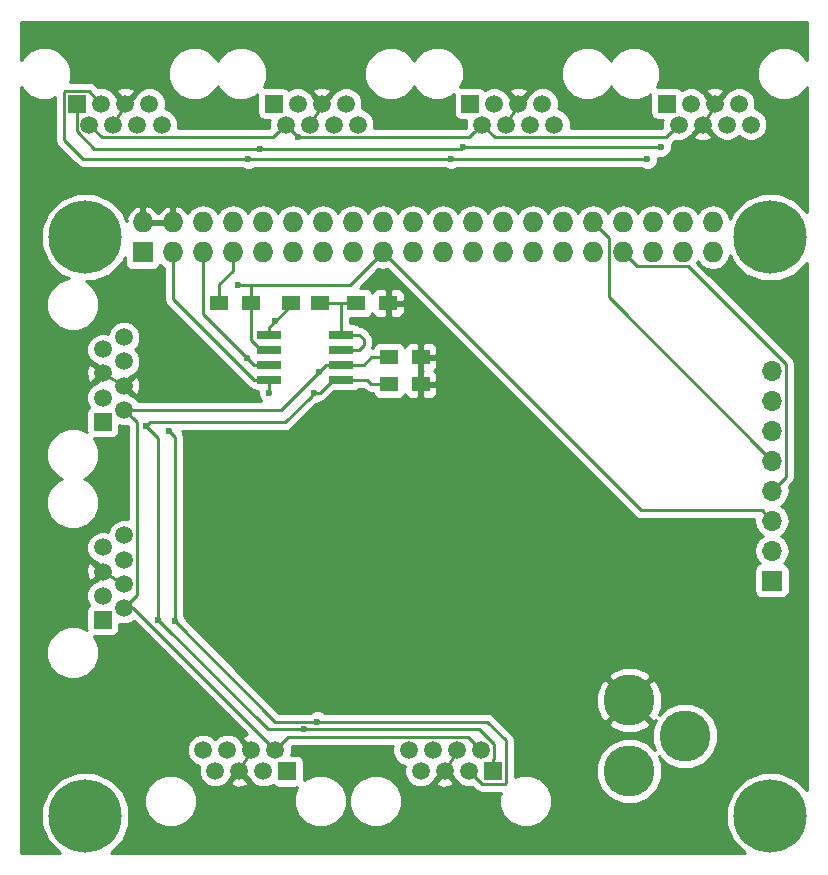
<source format=gtl>
G04 #@! TF.FileFunction,Copper,L1,Top,Signal*
%FSLAX46Y46*%
G04 Gerber Fmt 4.6, Leading zero omitted, Abs format (unit mm)*
G04 Created by KiCad (PCBNEW 4.0.7) date Thursday, May 03, 2018 'PMt' 09:09:37 PM*
%MOMM*%
%LPD*%
G01*
G04 APERTURE LIST*
%ADD10C,0.100000*%
%ADD11R,2.032000X0.660400*%
%ADD12C,4.318000*%
%ADD13R,1.700000X1.700000*%
%ADD14O,1.700000X1.700000*%
%ADD15C,6.200000*%
%ADD16R,1.727200X1.727200*%
%ADD17O,1.727200X1.727200*%
%ADD18R,1.500000X1.250000*%
%ADD19R,1.500000X1.300000*%
%ADD20R,1.500000X1.500000*%
%ADD21C,1.500000*%
%ADD22C,0.600000*%
%ADD23C,0.254000*%
G04 APERTURE END LIST*
D10*
D11*
X128346200Y-83693000D03*
X128346200Y-84963000D03*
X128346200Y-86233000D03*
X128346200Y-87503000D03*
X134493000Y-87503000D03*
X134493000Y-86233000D03*
X134493000Y-84963000D03*
X134493000Y-83693000D03*
D12*
X158877000Y-120650000D03*
X163576000Y-117650260D03*
X158877000Y-114650520D03*
D13*
X170942000Y-104521000D03*
D14*
X170942000Y-101981000D03*
X170942000Y-99441000D03*
X170942000Y-96901000D03*
X170942000Y-94361000D03*
X170942000Y-91821000D03*
X170942000Y-89281000D03*
X170942000Y-86741000D03*
D15*
X112815000Y-124460000D03*
X170815000Y-124460000D03*
X170815000Y-75460000D03*
D16*
X117685000Y-76730000D03*
D17*
X117685000Y-74190000D03*
X120225000Y-76730000D03*
X120225000Y-74190000D03*
X122765000Y-76730000D03*
X122765000Y-74190000D03*
X125305000Y-76730000D03*
X125305000Y-74190000D03*
X127845000Y-76730000D03*
X127845000Y-74190000D03*
X130385000Y-76730000D03*
X130385000Y-74190000D03*
X132925000Y-76730000D03*
X132925000Y-74190000D03*
X135465000Y-76730000D03*
X135465000Y-74190000D03*
X138005000Y-76730000D03*
X138005000Y-74190000D03*
X140545000Y-76730000D03*
X140545000Y-74190000D03*
X143085000Y-76730000D03*
X143085000Y-74190000D03*
X145625000Y-76730000D03*
X145625000Y-74190000D03*
X148165000Y-76730000D03*
X148165000Y-74190000D03*
X150705000Y-76730000D03*
X150705000Y-74190000D03*
X153245000Y-76730000D03*
X153245000Y-74190000D03*
X155785000Y-76730000D03*
X155785000Y-74190000D03*
X158325000Y-76730000D03*
X158325000Y-74190000D03*
X160865000Y-76730000D03*
X160865000Y-74190000D03*
X163405000Y-76730000D03*
X163405000Y-74190000D03*
X165945000Y-76730000D03*
X165945000Y-74190000D03*
D15*
X112815000Y-75460000D03*
D18*
X132715000Y-81026000D03*
X130215000Y-81026000D03*
D19*
X138463000Y-81026000D03*
X135763000Y-81026000D03*
X126873000Y-81026000D03*
X124173000Y-81026000D03*
X141224000Y-85598000D03*
X138524000Y-85598000D03*
X141224000Y-87884000D03*
X138524000Y-87884000D03*
D20*
X162040000Y-64135000D03*
D21*
X163060000Y-65915000D03*
X164080000Y-64135000D03*
X165100000Y-65915000D03*
X166120000Y-64135000D03*
X167140000Y-65915000D03*
X168160000Y-64135000D03*
X169180000Y-65915000D03*
D20*
X145395000Y-64135000D03*
D21*
X146415000Y-65915000D03*
X147435000Y-64135000D03*
X148455000Y-65915000D03*
X149475000Y-64135000D03*
X150495000Y-65915000D03*
X151515000Y-64135000D03*
X152535000Y-65915000D03*
D20*
X128758000Y-64133000D03*
D21*
X129778000Y-65913000D03*
X130798000Y-64133000D03*
X131818000Y-65913000D03*
X132838000Y-64133000D03*
X133858000Y-65913000D03*
X134878000Y-64133000D03*
X135898000Y-65913000D03*
D20*
X112129000Y-64133000D03*
D21*
X113149000Y-65913000D03*
X114169000Y-64133000D03*
X115189000Y-65913000D03*
X116209000Y-64133000D03*
X117229000Y-65913000D03*
X118249000Y-64133000D03*
X119269000Y-65913000D03*
D20*
X114298000Y-91071000D03*
D21*
X116078000Y-90051000D03*
X114298000Y-89031000D03*
X116078000Y-88011000D03*
X114298000Y-86991000D03*
X116078000Y-85971000D03*
X114298000Y-84951000D03*
X116078000Y-83931000D03*
D20*
X114298000Y-107843000D03*
D21*
X116078000Y-106823000D03*
X114298000Y-105803000D03*
X116078000Y-104783000D03*
X114298000Y-103763000D03*
X116078000Y-102743000D03*
X114298000Y-101723000D03*
X116078000Y-100703000D03*
D20*
X129933000Y-120652000D03*
D21*
X128913000Y-118872000D03*
X127893000Y-120652000D03*
X126873000Y-118872000D03*
X125853000Y-120652000D03*
X124833000Y-118872000D03*
X123813000Y-120652000D03*
X122793000Y-118872000D03*
D20*
X147334000Y-120652000D03*
D21*
X146314000Y-118872000D03*
X145294000Y-120652000D03*
X144274000Y-118872000D03*
X143254000Y-120652000D03*
X142234000Y-118872000D03*
X141214000Y-120652000D03*
X140194000Y-118872000D03*
D22*
X128905000Y-82550000D03*
X132207000Y-88653990D03*
X161544000Y-67818000D03*
X144780000Y-67818000D03*
X127635000Y-67945000D03*
X117983000Y-91440000D03*
X118999000Y-107823000D03*
X131318000Y-117094000D03*
X132588000Y-86860932D03*
X130855001Y-66990001D03*
X160401000Y-68834000D03*
X143764000Y-68834000D03*
X126619000Y-68834000D03*
X119888000Y-91821000D03*
X120396000Y-107950000D03*
X132461000Y-116459000D03*
X143129000Y-87884000D03*
X143129000Y-85598000D03*
X140081000Y-81026000D03*
X125737990Y-79502000D03*
X126492000Y-85648800D03*
X128397000Y-88646000D03*
D23*
X134493000Y-84963000D02*
X136017000Y-84963000D01*
X136017000Y-84963000D02*
X136398000Y-84582000D01*
X136398000Y-84582000D02*
X136398000Y-84074000D01*
X136398000Y-84074000D02*
X136017000Y-83693000D01*
X136017000Y-83693000D02*
X134493000Y-83693000D01*
X132715000Y-81026000D02*
X134493000Y-81026000D01*
X134493000Y-81026000D02*
X135763000Y-81026000D01*
X134493000Y-83693000D02*
X134493000Y-83108800D01*
X134493000Y-83108800D02*
X134493000Y-81026000D01*
X130215000Y-81026000D02*
X130215000Y-81240000D01*
X130215000Y-81240000D02*
X128905000Y-82550000D01*
X128346200Y-83693000D02*
X128346200Y-83108800D01*
X128346200Y-83108800D02*
X128905000Y-82550000D01*
X117983000Y-91440000D02*
X118282999Y-91140001D01*
X133807200Y-87503000D02*
X132656210Y-88653990D01*
X129720989Y-91140001D02*
X131907001Y-88953989D01*
X118282999Y-91140001D02*
X129720989Y-91140001D01*
X131907001Y-88953989D02*
X132207000Y-88653990D01*
X132631264Y-88653990D02*
X132207000Y-88653990D01*
X134493000Y-87503000D02*
X133807200Y-87503000D01*
X132656210Y-88653990D02*
X132631264Y-88653990D01*
X144780000Y-67818000D02*
X161544000Y-67818000D01*
X127635000Y-67945000D02*
X144653000Y-67945000D01*
X144653000Y-67945000D02*
X144780000Y-67818000D01*
X112129000Y-64133000D02*
X112129000Y-65137000D01*
X112129000Y-65137000D02*
X112071999Y-65194001D01*
X112071999Y-65194001D02*
X112071999Y-66429961D01*
X112071999Y-66429961D02*
X113587038Y-67945000D01*
X113587038Y-67945000D02*
X127635000Y-67945000D01*
X118999000Y-107823000D02*
X118999000Y-92456000D01*
X118999000Y-92456000D02*
X117983000Y-91440000D01*
X131318000Y-117094000D02*
X128270000Y-117094000D01*
X128270000Y-117094000D02*
X118999000Y-107823000D01*
X147334000Y-120652000D02*
X147334000Y-119648000D01*
X147334000Y-119648000D02*
X147391001Y-119590999D01*
X147391001Y-119590999D02*
X147391001Y-118355039D01*
X147391001Y-118355039D02*
X146129962Y-117094000D01*
X146129962Y-117094000D02*
X131318000Y-117094000D01*
X136652000Y-87503000D02*
X137033000Y-87884000D01*
X137033000Y-87884000D02*
X138524000Y-87884000D01*
X134493000Y-87503000D02*
X136652000Y-87503000D01*
X146415000Y-65915000D02*
X147492001Y-66992001D01*
X147492001Y-66992001D02*
X161982999Y-66992001D01*
X161982999Y-66992001D02*
X162310001Y-66664999D01*
X162310001Y-66664999D02*
X163060000Y-65915000D01*
X129778000Y-65913000D02*
X130855001Y-66990001D01*
X145339999Y-66990001D02*
X145665001Y-66664999D01*
X130855001Y-66990001D02*
X145339999Y-66990001D01*
X145665001Y-66664999D02*
X146415000Y-65915000D01*
X113149000Y-65913000D02*
X114226001Y-66990001D01*
X114226001Y-66990001D02*
X128700999Y-66990001D01*
X128700999Y-66990001D02*
X129028001Y-66662999D01*
X129028001Y-66662999D02*
X129778000Y-65913000D01*
X133223000Y-86233000D02*
X134493000Y-86233000D01*
X133215932Y-86233000D02*
X133223000Y-86233000D01*
X129397932Y-90051000D02*
X133215932Y-86233000D01*
X116078000Y-90051000D02*
X129397932Y-90051000D01*
X116078000Y-106823000D02*
X117155001Y-105745999D01*
X117155001Y-105745999D02*
X117155001Y-91128001D01*
X116827999Y-90800999D02*
X116078000Y-90051000D01*
X117155001Y-91128001D02*
X116827999Y-90800999D01*
X128913000Y-118872000D02*
X116864000Y-106823000D01*
X116864000Y-106823000D02*
X116078000Y-106823000D01*
X146314000Y-118872000D02*
X145236999Y-117794999D01*
X145236999Y-117794999D02*
X129990001Y-117794999D01*
X129990001Y-117794999D02*
X129662999Y-118122001D01*
X129662999Y-118122001D02*
X128913000Y-118872000D01*
X136398000Y-86233000D02*
X137033000Y-85598000D01*
X137033000Y-85598000D02*
X138524000Y-85598000D01*
X134493000Y-86233000D02*
X136398000Y-86233000D01*
X143764000Y-68834000D02*
X160401000Y-68834000D01*
X126619000Y-68834000D02*
X143764000Y-68834000D01*
X111051999Y-67236999D02*
X112649000Y-68834000D01*
X112649000Y-68834000D02*
X126619000Y-68834000D01*
X114169000Y-64133000D02*
X113091999Y-63055999D01*
X113091999Y-63055999D02*
X111117399Y-63055999D01*
X111051999Y-63121399D02*
X111051999Y-67236999D01*
X111117399Y-63055999D02*
X111051999Y-63121399D01*
X120396000Y-107950000D02*
X120396000Y-92329000D01*
X120396000Y-92329000D02*
X119888000Y-91821000D01*
X132461000Y-116459000D02*
X128905000Y-116459000D01*
X128905000Y-116459000D02*
X120396000Y-107950000D01*
X148411001Y-118058001D02*
X146812000Y-116459000D01*
X146812000Y-116459000D02*
X132461000Y-116459000D01*
X145294000Y-120652000D02*
X146371001Y-121729001D01*
X146371001Y-121729001D02*
X148345601Y-121729001D01*
X148345601Y-121729001D02*
X148411001Y-121663601D01*
X148411001Y-121663601D02*
X148411001Y-118058001D01*
X125305000Y-78276000D02*
X124173000Y-79408000D01*
X124173000Y-79408000D02*
X124173000Y-81026000D01*
X125305000Y-76730000D02*
X125305000Y-78276000D01*
X166120000Y-64135000D02*
X165100000Y-65915000D01*
X149475000Y-64135000D02*
X148455000Y-65915000D01*
X132838000Y-64133000D02*
X131818000Y-65913000D01*
X116209000Y-64133000D02*
X115189000Y-65913000D01*
X116078000Y-88011000D02*
X114298000Y-86991000D01*
X125853000Y-120652000D02*
X126873000Y-118872000D01*
X114298000Y-103763000D02*
X116078000Y-104783000D01*
X143254000Y-120652000D02*
X144274000Y-118872000D01*
X141224000Y-87884000D02*
X143129000Y-87884000D01*
X141224000Y-85598000D02*
X143129000Y-85598000D01*
X138463000Y-81026000D02*
X140081000Y-81026000D01*
X126873000Y-81026000D02*
X126873000Y-79502000D01*
X126873000Y-79502000D02*
X125737990Y-79502000D01*
X126162254Y-79502000D02*
X125737990Y-79502000D01*
X138005000Y-76730000D02*
X135233000Y-79502000D01*
X135233000Y-79502000D02*
X126162254Y-79502000D01*
X170942000Y-99441000D02*
X170092001Y-98591001D01*
X170092001Y-98591001D02*
X159866001Y-98591001D01*
X159866001Y-98591001D02*
X138868599Y-77593599D01*
X138868599Y-77593599D02*
X138005000Y-76730000D01*
X128346200Y-84963000D02*
X127660400Y-84963000D01*
X127660400Y-84963000D02*
X126873000Y-84175600D01*
X126873000Y-84175600D02*
X126873000Y-81930000D01*
X126873000Y-81930000D02*
X126873000Y-81026000D01*
X127076200Y-86233000D02*
X126492000Y-85648800D01*
X122765000Y-76730000D02*
X122765000Y-81921800D01*
X122765000Y-81921800D02*
X127076200Y-86233000D01*
X127076200Y-86233000D02*
X128346200Y-86233000D01*
X127076200Y-87503000D02*
X128346200Y-87503000D01*
X120225000Y-80651800D02*
X127076200Y-87503000D01*
X120225000Y-76730000D02*
X120225000Y-80651800D01*
X128397000Y-88646000D02*
X128397000Y-87553800D01*
X128397000Y-87553800D02*
X128346200Y-87503000D01*
X170942000Y-96901000D02*
X172119001Y-95723999D01*
X172119001Y-95723999D02*
X172119001Y-86176039D01*
X172119001Y-86176039D02*
X163863563Y-77920601D01*
X163863563Y-77920601D02*
X159515601Y-77920601D01*
X159515601Y-77920601D02*
X159188599Y-77593599D01*
X159188599Y-77593599D02*
X158325000Y-76730000D01*
X170942000Y-94361000D02*
X157134399Y-80553399D01*
X157134399Y-80553399D02*
X157134399Y-75539399D01*
X157134399Y-75539399D02*
X156648599Y-75053599D01*
X156648599Y-75053599D02*
X155785000Y-74190000D01*
G36*
X173915000Y-60473794D02*
X173855845Y-60330628D01*
X173227679Y-59701364D01*
X172406519Y-59360389D01*
X171517381Y-59359613D01*
X170695628Y-59699155D01*
X170066364Y-60327321D01*
X169725389Y-61148481D01*
X169724613Y-62037619D01*
X170064155Y-62859372D01*
X170692321Y-63488636D01*
X171513481Y-63829611D01*
X172402619Y-63830387D01*
X173224372Y-63490845D01*
X173853636Y-62862679D01*
X173915000Y-62714898D01*
X173915000Y-73278712D01*
X172933470Y-72295467D01*
X171561197Y-71725650D01*
X170075322Y-71724353D01*
X168702056Y-72291775D01*
X167650467Y-73341530D01*
X167400440Y-73943662D01*
X167329526Y-73587152D01*
X167004670Y-73100971D01*
X166518489Y-72776115D01*
X165945000Y-72662041D01*
X165371511Y-72776115D01*
X164885330Y-73100971D01*
X164675000Y-73415752D01*
X164464670Y-73100971D01*
X163978489Y-72776115D01*
X163405000Y-72662041D01*
X162831511Y-72776115D01*
X162345330Y-73100971D01*
X162135000Y-73415752D01*
X161924670Y-73100971D01*
X161438489Y-72776115D01*
X160865000Y-72662041D01*
X160291511Y-72776115D01*
X159805330Y-73100971D01*
X159595000Y-73415752D01*
X159384670Y-73100971D01*
X158898489Y-72776115D01*
X158325000Y-72662041D01*
X157751511Y-72776115D01*
X157265330Y-73100971D01*
X157055000Y-73415752D01*
X156844670Y-73100971D01*
X156358489Y-72776115D01*
X155785000Y-72662041D01*
X155211511Y-72776115D01*
X154725330Y-73100971D01*
X154515000Y-73415752D01*
X154304670Y-73100971D01*
X153818489Y-72776115D01*
X153245000Y-72662041D01*
X152671511Y-72776115D01*
X152185330Y-73100971D01*
X151975000Y-73415752D01*
X151764670Y-73100971D01*
X151278489Y-72776115D01*
X150705000Y-72662041D01*
X150131511Y-72776115D01*
X149645330Y-73100971D01*
X149435000Y-73415752D01*
X149224670Y-73100971D01*
X148738489Y-72776115D01*
X148165000Y-72662041D01*
X147591511Y-72776115D01*
X147105330Y-73100971D01*
X146895000Y-73415752D01*
X146684670Y-73100971D01*
X146198489Y-72776115D01*
X145625000Y-72662041D01*
X145051511Y-72776115D01*
X144565330Y-73100971D01*
X144355000Y-73415752D01*
X144144670Y-73100971D01*
X143658489Y-72776115D01*
X143085000Y-72662041D01*
X142511511Y-72776115D01*
X142025330Y-73100971D01*
X141815000Y-73415752D01*
X141604670Y-73100971D01*
X141118489Y-72776115D01*
X140545000Y-72662041D01*
X139971511Y-72776115D01*
X139485330Y-73100971D01*
X139275000Y-73415752D01*
X139064670Y-73100971D01*
X138578489Y-72776115D01*
X138005000Y-72662041D01*
X137431511Y-72776115D01*
X136945330Y-73100971D01*
X136735000Y-73415752D01*
X136524670Y-73100971D01*
X136038489Y-72776115D01*
X135465000Y-72662041D01*
X134891511Y-72776115D01*
X134405330Y-73100971D01*
X134195000Y-73415752D01*
X133984670Y-73100971D01*
X133498489Y-72776115D01*
X132925000Y-72662041D01*
X132351511Y-72776115D01*
X131865330Y-73100971D01*
X131655000Y-73415752D01*
X131444670Y-73100971D01*
X130958489Y-72776115D01*
X130385000Y-72662041D01*
X129811511Y-72776115D01*
X129325330Y-73100971D01*
X129115000Y-73415752D01*
X128904670Y-73100971D01*
X128418489Y-72776115D01*
X127845000Y-72662041D01*
X127271511Y-72776115D01*
X126785330Y-73100971D01*
X126575000Y-73415752D01*
X126364670Y-73100971D01*
X125878489Y-72776115D01*
X125305000Y-72662041D01*
X124731511Y-72776115D01*
X124245330Y-73100971D01*
X124035000Y-73415752D01*
X123824670Y-73100971D01*
X123338489Y-72776115D01*
X122765000Y-72662041D01*
X122191511Y-72776115D01*
X121705330Y-73100971D01*
X121489336Y-73424228D01*
X121431821Y-73301510D01*
X120999947Y-72907312D01*
X120584026Y-72735042D01*
X120352000Y-72856183D01*
X120352000Y-74063000D01*
X120372000Y-74063000D01*
X120372000Y-74317000D01*
X120352000Y-74317000D01*
X120352000Y-74337000D01*
X120098000Y-74337000D01*
X120098000Y-74317000D01*
X117812000Y-74317000D01*
X117812000Y-74337000D01*
X117558000Y-74337000D01*
X117558000Y-74317000D01*
X117538000Y-74317000D01*
X117538000Y-74063000D01*
X117558000Y-74063000D01*
X117558000Y-72856183D01*
X117812000Y-72856183D01*
X117812000Y-74063000D01*
X120098000Y-74063000D01*
X120098000Y-72856183D01*
X119865974Y-72735042D01*
X119450053Y-72907312D01*
X119018179Y-73301510D01*
X118955000Y-73436313D01*
X118891821Y-73301510D01*
X118459947Y-72907312D01*
X118044026Y-72735042D01*
X117812000Y-72856183D01*
X117558000Y-72856183D01*
X117325974Y-72735042D01*
X116910053Y-72907312D01*
X116478179Y-73301510D01*
X116230032Y-73830973D01*
X116350530Y-74062998D01*
X116279046Y-74062998D01*
X115983225Y-73347056D01*
X114933470Y-72295467D01*
X113561197Y-71725650D01*
X112075322Y-71724353D01*
X110702056Y-72291775D01*
X109650467Y-73341530D01*
X109080650Y-74713803D01*
X109079353Y-76199678D01*
X109646775Y-77572944D01*
X110696530Y-78624533D01*
X111397702Y-78915685D01*
X111315381Y-78915613D01*
X110493628Y-79255155D01*
X109864364Y-79883321D01*
X109523389Y-80704481D01*
X109522613Y-81593619D01*
X109862155Y-82415372D01*
X110490321Y-83044636D01*
X111311481Y-83385611D01*
X112200619Y-83386387D01*
X113022372Y-83046845D01*
X113651636Y-82418679D01*
X113992611Y-81597519D01*
X113993387Y-80708381D01*
X113653845Y-79886628D01*
X113025679Y-79257364D01*
X112875620Y-79195054D01*
X113554678Y-79195647D01*
X114927944Y-78628225D01*
X115979533Y-77578470D01*
X116173960Y-77110237D01*
X116173960Y-77593600D01*
X116218238Y-77828917D01*
X116357310Y-78045041D01*
X116569510Y-78190031D01*
X116821400Y-78241040D01*
X118548600Y-78241040D01*
X118783917Y-78196762D01*
X119000041Y-78057690D01*
X119145031Y-77845490D01*
X119153864Y-77801869D01*
X119165330Y-77819029D01*
X119463000Y-78017926D01*
X119463000Y-80651800D01*
X119521004Y-80943405D01*
X119661051Y-81153000D01*
X119686185Y-81190615D01*
X126537385Y-88041815D01*
X126784595Y-88206996D01*
X126820778Y-88214193D01*
X126866110Y-88284641D01*
X127078310Y-88429631D01*
X127330200Y-88480640D01*
X127462143Y-88480640D01*
X127461838Y-88831167D01*
X127603883Y-89174943D01*
X127717741Y-89289000D01*
X117261721Y-89289000D01*
X117252831Y-89267485D01*
X116863564Y-88877539D01*
X116694898Y-88807503D01*
X116078000Y-88190605D01*
X116063858Y-88204748D01*
X115884253Y-88025143D01*
X115898395Y-88011000D01*
X116257605Y-88011000D01*
X117049517Y-88802912D01*
X117290460Y-88734923D01*
X117475201Y-88215829D01*
X117447230Y-87665552D01*
X117290460Y-87287077D01*
X117049517Y-87219088D01*
X116257605Y-88011000D01*
X115898395Y-88011000D01*
X115884253Y-87996858D01*
X116063858Y-87817253D01*
X116078000Y-87831395D01*
X116694594Y-87214801D01*
X116861515Y-87145831D01*
X117251461Y-86756564D01*
X117462759Y-86247702D01*
X117463240Y-85696715D01*
X117252831Y-85187485D01*
X117016687Y-84950929D01*
X117251461Y-84716564D01*
X117462759Y-84207702D01*
X117463240Y-83656715D01*
X117252831Y-83147485D01*
X116863564Y-82757539D01*
X116354702Y-82546241D01*
X115803715Y-82545760D01*
X115294485Y-82756169D01*
X114904539Y-83145436D01*
X114706995Y-83621174D01*
X114574702Y-83566241D01*
X114023715Y-83565760D01*
X113514485Y-83776169D01*
X113124539Y-84165436D01*
X112913241Y-84674298D01*
X112912760Y-85225285D01*
X113123169Y-85734515D01*
X113512436Y-86124461D01*
X113681102Y-86194497D01*
X114298000Y-86811395D01*
X114312143Y-86797253D01*
X114491748Y-86976858D01*
X114477605Y-86991000D01*
X114491748Y-87005143D01*
X114312143Y-87184748D01*
X114298000Y-87170605D01*
X113681406Y-87787199D01*
X113514485Y-87856169D01*
X113124539Y-88245436D01*
X112913241Y-88754298D01*
X112912760Y-89305285D01*
X113123169Y-89814515D01*
X113138530Y-89829903D01*
X113096559Y-89856910D01*
X112951569Y-90069110D01*
X112900560Y-90321000D01*
X112900560Y-91821000D01*
X112917789Y-91912564D01*
X112204519Y-91616389D01*
X111315381Y-91615613D01*
X110493628Y-91955155D01*
X109864364Y-92583321D01*
X109523389Y-93404481D01*
X109522613Y-94293619D01*
X109862155Y-95115372D01*
X110490321Y-95744636D01*
X110833001Y-95886929D01*
X110493628Y-96027155D01*
X109864364Y-96655321D01*
X109523389Y-97476481D01*
X109522613Y-98365619D01*
X109862155Y-99187372D01*
X110490321Y-99816636D01*
X111311481Y-100157611D01*
X112200619Y-100158387D01*
X113022372Y-99818845D01*
X113651636Y-99190679D01*
X113992611Y-98369519D01*
X113993387Y-97480381D01*
X113653845Y-96658628D01*
X113025679Y-96029364D01*
X112682999Y-95887071D01*
X113022372Y-95746845D01*
X113651636Y-95118679D01*
X113992611Y-94297519D01*
X113993387Y-93408381D01*
X113653845Y-92586628D01*
X113532788Y-92465360D01*
X113548000Y-92468440D01*
X115048000Y-92468440D01*
X115283317Y-92424162D01*
X115499441Y-92285090D01*
X115644431Y-92072890D01*
X115695440Y-91821000D01*
X115695440Y-91391803D01*
X115801298Y-91435759D01*
X116352285Y-91436240D01*
X116375866Y-91426496D01*
X116393001Y-91443631D01*
X116393001Y-99334144D01*
X116354702Y-99318241D01*
X115803715Y-99317760D01*
X115294485Y-99528169D01*
X114904539Y-99917436D01*
X114706995Y-100393174D01*
X114574702Y-100338241D01*
X114023715Y-100337760D01*
X113514485Y-100548169D01*
X113124539Y-100937436D01*
X112913241Y-101446298D01*
X112912760Y-101997285D01*
X113123169Y-102506515D01*
X113512436Y-102896461D01*
X113681102Y-102966497D01*
X114298000Y-103583395D01*
X114312143Y-103569253D01*
X114491748Y-103748858D01*
X114477605Y-103763000D01*
X114491748Y-103777143D01*
X114312143Y-103956748D01*
X114298000Y-103942605D01*
X113681406Y-104559199D01*
X113514485Y-104628169D01*
X113124539Y-105017436D01*
X112913241Y-105526298D01*
X112912760Y-106077285D01*
X113123169Y-106586515D01*
X113138530Y-106601903D01*
X113096559Y-106628910D01*
X112951569Y-106841110D01*
X112900560Y-107093000D01*
X112900560Y-108593000D01*
X112917789Y-108684564D01*
X112204519Y-108388389D01*
X111315381Y-108387613D01*
X110493628Y-108727155D01*
X109864364Y-109355321D01*
X109523389Y-110176481D01*
X109522613Y-111065619D01*
X109862155Y-111887372D01*
X110490321Y-112516636D01*
X111311481Y-112857611D01*
X112200619Y-112858387D01*
X113022372Y-112518845D01*
X113651636Y-111890679D01*
X113992611Y-111069519D01*
X113993387Y-110180381D01*
X113653845Y-109358628D01*
X113532788Y-109237360D01*
X113548000Y-109240440D01*
X115048000Y-109240440D01*
X115283317Y-109196162D01*
X115499441Y-109057090D01*
X115644431Y-108844890D01*
X115695440Y-108593000D01*
X115695440Y-108163803D01*
X115801298Y-108207759D01*
X116352285Y-108208240D01*
X116861515Y-107997831D01*
X116911401Y-107948031D01*
X126484127Y-117520757D01*
X126149077Y-117659540D01*
X126081088Y-117900483D01*
X126873000Y-118692395D01*
X126887143Y-118678253D01*
X127066748Y-118857858D01*
X127052605Y-118872000D01*
X127066748Y-118886143D01*
X126887143Y-119065748D01*
X126873000Y-119051605D01*
X126858858Y-119065748D01*
X126679253Y-118886143D01*
X126693395Y-118872000D01*
X126076801Y-118255406D01*
X126007831Y-118088485D01*
X125618564Y-117698539D01*
X125109702Y-117487241D01*
X124558715Y-117486760D01*
X124049485Y-117697169D01*
X123812929Y-117933313D01*
X123578564Y-117698539D01*
X123069702Y-117487241D01*
X122518715Y-117486760D01*
X122009485Y-117697169D01*
X121619539Y-118086436D01*
X121408241Y-118595298D01*
X121407760Y-119146285D01*
X121618169Y-119655515D01*
X122007436Y-120045461D01*
X122483174Y-120243005D01*
X122428241Y-120375298D01*
X122427760Y-120926285D01*
X122638169Y-121435515D01*
X123027436Y-121825461D01*
X123536298Y-122036759D01*
X124087285Y-122037240D01*
X124596515Y-121826831D01*
X124800183Y-121623517D01*
X125061088Y-121623517D01*
X125129077Y-121864460D01*
X125648171Y-122049201D01*
X126198448Y-122021230D01*
X126576923Y-121864460D01*
X126644912Y-121623517D01*
X125853000Y-120831605D01*
X125061088Y-121623517D01*
X124800183Y-121623517D01*
X124986461Y-121437564D01*
X125056497Y-121268898D01*
X125673395Y-120652000D01*
X125659253Y-120637858D01*
X125838858Y-120458253D01*
X125853000Y-120472395D01*
X125867143Y-120458253D01*
X126046748Y-120637858D01*
X126032605Y-120652000D01*
X126649199Y-121268594D01*
X126718169Y-121435515D01*
X127107436Y-121825461D01*
X127616298Y-122036759D01*
X128167285Y-122037240D01*
X128676515Y-121826831D01*
X128691903Y-121811470D01*
X128718910Y-121853441D01*
X128931110Y-121998431D01*
X129183000Y-122049440D01*
X130683000Y-122049440D01*
X130774564Y-122032211D01*
X130478389Y-122745481D01*
X130477613Y-123634619D01*
X130817155Y-124456372D01*
X131445321Y-125085636D01*
X132266481Y-125426611D01*
X133155619Y-125427387D01*
X133977372Y-125087845D01*
X134606636Y-124459679D01*
X134947611Y-123638519D01*
X134947614Y-123634619D01*
X135178613Y-123634619D01*
X135518155Y-124456372D01*
X136146321Y-125085636D01*
X136967481Y-125426611D01*
X137856619Y-125427387D01*
X138678372Y-125087845D01*
X139307636Y-124459679D01*
X139648611Y-123638519D01*
X139649387Y-122749381D01*
X139309845Y-121927628D01*
X138681679Y-121298364D01*
X137860519Y-120957389D01*
X136971381Y-120956613D01*
X136149628Y-121296155D01*
X135520364Y-121924321D01*
X135179389Y-122745481D01*
X135178613Y-123634619D01*
X134947614Y-123634619D01*
X134948387Y-122749381D01*
X134608845Y-121927628D01*
X133980679Y-121298364D01*
X133159519Y-120957389D01*
X132270381Y-120956613D01*
X131448628Y-121296155D01*
X131327360Y-121417212D01*
X131330440Y-121402000D01*
X131330440Y-119902000D01*
X131286162Y-119666683D01*
X131147090Y-119450559D01*
X130934890Y-119305569D01*
X130683000Y-119254560D01*
X130253803Y-119254560D01*
X130297759Y-119148702D01*
X130298240Y-118597715D01*
X130288496Y-118574134D01*
X130305631Y-118556999D01*
X138825144Y-118556999D01*
X138809241Y-118595298D01*
X138808760Y-119146285D01*
X139019169Y-119655515D01*
X139408436Y-120045461D01*
X139884174Y-120243005D01*
X139829241Y-120375298D01*
X139828760Y-120926285D01*
X140039169Y-121435515D01*
X140428436Y-121825461D01*
X140937298Y-122036759D01*
X141488285Y-122037240D01*
X141997515Y-121826831D01*
X142201183Y-121623517D01*
X142462088Y-121623517D01*
X142530077Y-121864460D01*
X143049171Y-122049201D01*
X143599448Y-122021230D01*
X143977923Y-121864460D01*
X144045912Y-121623517D01*
X143254000Y-120831605D01*
X142462088Y-121623517D01*
X142201183Y-121623517D01*
X142387461Y-121437564D01*
X142457497Y-121268898D01*
X143074395Y-120652000D01*
X143060253Y-120637858D01*
X143239858Y-120458253D01*
X143254000Y-120472395D01*
X143268143Y-120458253D01*
X143447748Y-120637858D01*
X143433605Y-120652000D01*
X144050199Y-121268594D01*
X144119169Y-121435515D01*
X144508436Y-121825461D01*
X145017298Y-122036759D01*
X145568285Y-122037240D01*
X145591866Y-122027497D01*
X145832185Y-122267816D01*
X145981518Y-122367597D01*
X146079396Y-122432997D01*
X146371001Y-122491001D01*
X147985058Y-122491001D01*
X147879389Y-122745481D01*
X147878613Y-123634619D01*
X148218155Y-124456372D01*
X148846321Y-125085636D01*
X149667481Y-125426611D01*
X150556619Y-125427387D01*
X151378372Y-125087845D01*
X152007636Y-124459679D01*
X152348611Y-123638519D01*
X152349387Y-122749381D01*
X152009845Y-121927628D01*
X151381679Y-121298364D01*
X151152795Y-121203323D01*
X156082516Y-121203323D01*
X156506981Y-122230606D01*
X157292260Y-123017257D01*
X158318801Y-123443514D01*
X159430323Y-123444484D01*
X160457606Y-123020019D01*
X161244257Y-122234740D01*
X161670514Y-121208199D01*
X161671484Y-120096677D01*
X161389839Y-119415046D01*
X161991260Y-120017517D01*
X163017801Y-120443774D01*
X164129323Y-120444744D01*
X165156606Y-120020279D01*
X165943257Y-119235000D01*
X166369514Y-118208459D01*
X166370484Y-117096937D01*
X165946019Y-116069654D01*
X165160740Y-115283003D01*
X164134199Y-114856746D01*
X163022677Y-114855776D01*
X161995394Y-115280241D01*
X161391872Y-115882710D01*
X161673921Y-115191393D01*
X161668001Y-114079886D01*
X161254035Y-113080483D01*
X160866790Y-112840335D01*
X159056605Y-114650520D01*
X160866790Y-116460705D01*
X161106331Y-116312155D01*
X160782486Y-117092061D01*
X160781516Y-118203583D01*
X161063161Y-118885214D01*
X160461740Y-118282743D01*
X159435199Y-117856486D01*
X158323677Y-117855516D01*
X157296394Y-118279981D01*
X156509743Y-119065260D01*
X156083486Y-120091801D01*
X156082516Y-121203323D01*
X151152795Y-121203323D01*
X150560519Y-120957389D01*
X149671381Y-120956613D01*
X149173001Y-121162540D01*
X149173001Y-118058001D01*
X149114997Y-117766396D01*
X148949816Y-117519186D01*
X148070940Y-116640310D01*
X157066815Y-116640310D01*
X157306963Y-117027555D01*
X158336127Y-117447441D01*
X159447634Y-117441521D01*
X160447037Y-117027555D01*
X160687185Y-116640310D01*
X158877000Y-114830125D01*
X157066815Y-116640310D01*
X148070940Y-116640310D01*
X147350814Y-115920184D01*
X147103605Y-115755004D01*
X146812000Y-115697000D01*
X133021466Y-115697000D01*
X132991327Y-115666808D01*
X132647799Y-115524162D01*
X132275833Y-115523838D01*
X131932057Y-115665883D01*
X131900886Y-115697000D01*
X129220631Y-115697000D01*
X127633278Y-114109647D01*
X156080079Y-114109647D01*
X156085999Y-115221154D01*
X156499965Y-116220557D01*
X156887210Y-116460705D01*
X158697395Y-114650520D01*
X156887210Y-112840335D01*
X156499965Y-113080483D01*
X156080079Y-114109647D01*
X127633278Y-114109647D01*
X126184361Y-112660730D01*
X157066815Y-112660730D01*
X158877000Y-114470915D01*
X160687185Y-112660730D01*
X160447037Y-112273485D01*
X159417873Y-111853599D01*
X158306366Y-111859519D01*
X157306963Y-112273485D01*
X157066815Y-112660730D01*
X126184361Y-112660730D01*
X121331125Y-107807495D01*
X121331162Y-107764833D01*
X121189117Y-107421057D01*
X121158000Y-107389886D01*
X121158000Y-92329000D01*
X121099996Y-92037395D01*
X121060854Y-91978815D01*
X121009529Y-91902001D01*
X129720989Y-91902001D01*
X130012594Y-91843997D01*
X130259804Y-91678816D01*
X132349505Y-89589115D01*
X132392167Y-89589152D01*
X132735943Y-89447107D01*
X132794712Y-89388440D01*
X132947815Y-89357986D01*
X133195025Y-89192805D01*
X133907191Y-88480640D01*
X135509000Y-88480640D01*
X135744317Y-88436362D01*
X135960441Y-88297290D01*
X135982504Y-88265000D01*
X136336369Y-88265000D01*
X136494184Y-88422815D01*
X136741395Y-88587996D01*
X137033000Y-88646000D01*
X137147634Y-88646000D01*
X137170838Y-88769317D01*
X137309910Y-88985441D01*
X137522110Y-89130431D01*
X137774000Y-89181440D01*
X139274000Y-89181440D01*
X139509317Y-89137162D01*
X139725441Y-88998090D01*
X139870431Y-88785890D01*
X139877191Y-88752510D01*
X139935673Y-88893699D01*
X140114302Y-89072327D01*
X140347691Y-89169000D01*
X140938250Y-89169000D01*
X141097000Y-89010250D01*
X141097000Y-88011000D01*
X141351000Y-88011000D01*
X141351000Y-89010250D01*
X141509750Y-89169000D01*
X142100309Y-89169000D01*
X142333698Y-89072327D01*
X142512327Y-88893699D01*
X142609000Y-88660310D01*
X142609000Y-88169750D01*
X142450250Y-88011000D01*
X141351000Y-88011000D01*
X141097000Y-88011000D01*
X141077000Y-88011000D01*
X141077000Y-87757000D01*
X141097000Y-87757000D01*
X141097000Y-86757750D01*
X141080250Y-86741000D01*
X141097000Y-86724250D01*
X141097000Y-85725000D01*
X141351000Y-85725000D01*
X141351000Y-86724250D01*
X141367750Y-86741000D01*
X141351000Y-86757750D01*
X141351000Y-87757000D01*
X142450250Y-87757000D01*
X142609000Y-87598250D01*
X142609000Y-87107690D01*
X142512327Y-86874301D01*
X142379025Y-86741000D01*
X142512327Y-86607699D01*
X142609000Y-86374310D01*
X142609000Y-85883750D01*
X142450250Y-85725000D01*
X141351000Y-85725000D01*
X141097000Y-85725000D01*
X141077000Y-85725000D01*
X141077000Y-85471000D01*
X141097000Y-85471000D01*
X141097000Y-84471750D01*
X141351000Y-84471750D01*
X141351000Y-85471000D01*
X142450250Y-85471000D01*
X142609000Y-85312250D01*
X142609000Y-84821690D01*
X142512327Y-84588301D01*
X142333698Y-84409673D01*
X142100309Y-84313000D01*
X141509750Y-84313000D01*
X141351000Y-84471750D01*
X141097000Y-84471750D01*
X140938250Y-84313000D01*
X140347691Y-84313000D01*
X140114302Y-84409673D01*
X139935673Y-84588301D01*
X139879346Y-84724287D01*
X139877162Y-84712683D01*
X139738090Y-84496559D01*
X139525890Y-84351569D01*
X139274000Y-84300560D01*
X137774000Y-84300560D01*
X137538683Y-84344838D01*
X137322559Y-84483910D01*
X137177569Y-84696110D01*
X137149241Y-84836000D01*
X137109476Y-84836000D01*
X137109476Y-84835999D01*
X137160000Y-84582000D01*
X137160000Y-84074000D01*
X137101996Y-83782395D01*
X137011939Y-83647615D01*
X136936815Y-83535184D01*
X136555815Y-83154185D01*
X136515853Y-83127483D01*
X136308605Y-82989004D01*
X136017000Y-82931000D01*
X135985729Y-82931000D01*
X135973090Y-82911359D01*
X135760890Y-82766369D01*
X135509000Y-82715360D01*
X135255000Y-82715360D01*
X135255000Y-82323440D01*
X136513000Y-82323440D01*
X136748317Y-82279162D01*
X136964441Y-82140090D01*
X137109431Y-81927890D01*
X137116191Y-81894510D01*
X137174673Y-82035699D01*
X137353302Y-82214327D01*
X137586691Y-82311000D01*
X138177250Y-82311000D01*
X138336000Y-82152250D01*
X138336000Y-81153000D01*
X138590000Y-81153000D01*
X138590000Y-82152250D01*
X138748750Y-82311000D01*
X139339309Y-82311000D01*
X139572698Y-82214327D01*
X139751327Y-82035699D01*
X139848000Y-81802310D01*
X139848000Y-81311750D01*
X139689250Y-81153000D01*
X138590000Y-81153000D01*
X138336000Y-81153000D01*
X138316000Y-81153000D01*
X138316000Y-80899000D01*
X138336000Y-80899000D01*
X138336000Y-79899750D01*
X138590000Y-79899750D01*
X138590000Y-80899000D01*
X139689250Y-80899000D01*
X139848000Y-80740250D01*
X139848000Y-80249690D01*
X139751327Y-80016301D01*
X139572698Y-79837673D01*
X139339309Y-79741000D01*
X138748750Y-79741000D01*
X138590000Y-79899750D01*
X138336000Y-79899750D01*
X138177250Y-79741000D01*
X137586691Y-79741000D01*
X137353302Y-79837673D01*
X137174673Y-80016301D01*
X137118346Y-80152287D01*
X137116162Y-80140683D01*
X136977090Y-79924559D01*
X136764890Y-79779569D01*
X136513000Y-79728560D01*
X136084070Y-79728560D01*
X137629385Y-78183245D01*
X138005000Y-78257959D01*
X138380615Y-78183245D01*
X159327186Y-99129817D01*
X159475378Y-99228835D01*
X159574396Y-99294997D01*
X159866001Y-99353001D01*
X169445411Y-99353001D01*
X169427907Y-99441000D01*
X169540946Y-100009285D01*
X169862853Y-100491054D01*
X170192026Y-100711000D01*
X169862853Y-100930946D01*
X169540946Y-101412715D01*
X169427907Y-101981000D01*
X169540946Y-102549285D01*
X169862853Y-103031054D01*
X169904452Y-103058850D01*
X169856683Y-103067838D01*
X169640559Y-103206910D01*
X169495569Y-103419110D01*
X169444560Y-103671000D01*
X169444560Y-105371000D01*
X169488838Y-105606317D01*
X169627910Y-105822441D01*
X169840110Y-105967431D01*
X170092000Y-106018440D01*
X171792000Y-106018440D01*
X172027317Y-105974162D01*
X172243441Y-105835090D01*
X172388431Y-105622890D01*
X172439440Y-105371000D01*
X172439440Y-103671000D01*
X172395162Y-103435683D01*
X172256090Y-103219559D01*
X172043890Y-103074569D01*
X171976459Y-103060914D01*
X172021147Y-103031054D01*
X172343054Y-102549285D01*
X172456093Y-101981000D01*
X172343054Y-101412715D01*
X172021147Y-100930946D01*
X171691974Y-100711000D01*
X172021147Y-100491054D01*
X172343054Y-100009285D01*
X172456093Y-99441000D01*
X172343054Y-98872715D01*
X172021147Y-98390946D01*
X171691974Y-98171000D01*
X172021147Y-97951054D01*
X172343054Y-97469285D01*
X172456093Y-96901000D01*
X172383679Y-96536952D01*
X172657817Y-96262814D01*
X172775701Y-96086387D01*
X172822997Y-96015604D01*
X172881001Y-95723999D01*
X172881001Y-86176039D01*
X172822997Y-85884434D01*
X172822540Y-85883750D01*
X172657816Y-85637223D01*
X164614854Y-77594262D01*
X164675000Y-77504248D01*
X164885330Y-77819029D01*
X165371511Y-78143885D01*
X165945000Y-78257959D01*
X166518489Y-78143885D01*
X167004670Y-77819029D01*
X167329526Y-77332848D01*
X167400382Y-76976628D01*
X167646775Y-77572944D01*
X168696530Y-78624533D01*
X170068803Y-79194350D01*
X171554678Y-79195647D01*
X172927944Y-78628225D01*
X173915000Y-77642890D01*
X173915000Y-122278712D01*
X172933470Y-121295467D01*
X171561197Y-120725650D01*
X170075322Y-120724353D01*
X168702056Y-121291775D01*
X167650467Y-122341530D01*
X167080650Y-123713803D01*
X167079353Y-125199678D01*
X167646775Y-126572944D01*
X168632110Y-127560000D01*
X114996288Y-127560000D01*
X115979533Y-126578470D01*
X116549350Y-125206197D01*
X116550647Y-123720322D01*
X116515236Y-123634619D01*
X117777613Y-123634619D01*
X118117155Y-124456372D01*
X118745321Y-125085636D01*
X119566481Y-125426611D01*
X120455619Y-125427387D01*
X121277372Y-125087845D01*
X121906636Y-124459679D01*
X122247611Y-123638519D01*
X122248387Y-122749381D01*
X121908845Y-121927628D01*
X121280679Y-121298364D01*
X120459519Y-120957389D01*
X119570381Y-120956613D01*
X118748628Y-121296155D01*
X118119364Y-121924321D01*
X117778389Y-122745481D01*
X117777613Y-123634619D01*
X116515236Y-123634619D01*
X115983225Y-122347056D01*
X114933470Y-121295467D01*
X113561197Y-120725650D01*
X112075322Y-120724353D01*
X110702056Y-121291775D01*
X109650467Y-122341530D01*
X109080650Y-123713803D01*
X109079353Y-125199678D01*
X109646775Y-126572944D01*
X110632110Y-127560000D01*
X107390000Y-127560000D01*
X107390000Y-103558171D01*
X112900799Y-103558171D01*
X112928770Y-104108448D01*
X113085540Y-104486923D01*
X113326483Y-104554912D01*
X114118395Y-103763000D01*
X113326483Y-102971088D01*
X113085540Y-103039077D01*
X112900799Y-103558171D01*
X107390000Y-103558171D01*
X107390000Y-86786171D01*
X112900799Y-86786171D01*
X112928770Y-87336448D01*
X113085540Y-87714923D01*
X113326483Y-87782912D01*
X114118395Y-86991000D01*
X113326483Y-86199088D01*
X113085540Y-86267077D01*
X112900799Y-86786171D01*
X107390000Y-86786171D01*
X107390000Y-62704525D01*
X107453155Y-62857372D01*
X108081321Y-63486636D01*
X108902481Y-63827611D01*
X109791619Y-63828387D01*
X110289999Y-63622460D01*
X110289999Y-67236999D01*
X110348003Y-67528604D01*
X110459852Y-67695997D01*
X110513184Y-67775814D01*
X112110184Y-69372815D01*
X112357395Y-69537996D01*
X112649000Y-69596000D01*
X126058534Y-69596000D01*
X126088673Y-69626192D01*
X126432201Y-69768838D01*
X126804167Y-69769162D01*
X127147943Y-69627117D01*
X127179114Y-69596000D01*
X143203534Y-69596000D01*
X143233673Y-69626192D01*
X143577201Y-69768838D01*
X143949167Y-69769162D01*
X144292943Y-69627117D01*
X144324114Y-69596000D01*
X159840534Y-69596000D01*
X159870673Y-69626192D01*
X160214201Y-69768838D01*
X160586167Y-69769162D01*
X160929943Y-69627117D01*
X161193192Y-69364327D01*
X161335838Y-69020799D01*
X161336079Y-68744067D01*
X161357201Y-68752838D01*
X161729167Y-68753162D01*
X162072943Y-68611117D01*
X162336192Y-68348327D01*
X162478838Y-68004799D01*
X162479162Y-67632833D01*
X162455357Y-67575221D01*
X162521814Y-67530816D01*
X162761799Y-67290832D01*
X162783298Y-67299759D01*
X163334285Y-67300240D01*
X163843515Y-67089831D01*
X164047183Y-66886517D01*
X164308088Y-66886517D01*
X164376077Y-67127460D01*
X164895171Y-67312201D01*
X165445448Y-67284230D01*
X165823923Y-67127460D01*
X165891912Y-66886517D01*
X165100000Y-66094605D01*
X164308088Y-66886517D01*
X164047183Y-66886517D01*
X164233461Y-66700564D01*
X164303497Y-66531898D01*
X164920395Y-65915000D01*
X164906253Y-65900858D01*
X165085858Y-65721253D01*
X165100000Y-65735395D01*
X165114143Y-65721253D01*
X165293748Y-65900858D01*
X165279605Y-65915000D01*
X165896199Y-66531594D01*
X165965169Y-66698515D01*
X166354436Y-67088461D01*
X166863298Y-67299759D01*
X167414285Y-67300240D01*
X167923515Y-67089831D01*
X168160071Y-66853687D01*
X168394436Y-67088461D01*
X168903298Y-67299759D01*
X169454285Y-67300240D01*
X169963515Y-67089831D01*
X170353461Y-66700564D01*
X170564759Y-66191702D01*
X170565240Y-65640715D01*
X170354831Y-65131485D01*
X169965564Y-64741539D01*
X169489826Y-64543995D01*
X169544759Y-64411702D01*
X169545240Y-63860715D01*
X169334831Y-63351485D01*
X168945564Y-62961539D01*
X168436702Y-62750241D01*
X167885715Y-62749760D01*
X167376485Y-62960169D01*
X166986539Y-63349436D01*
X166916503Y-63518102D01*
X166299605Y-64135000D01*
X166313748Y-64149143D01*
X166134143Y-64328748D01*
X166120000Y-64314605D01*
X166105858Y-64328748D01*
X165926253Y-64149143D01*
X165940395Y-64135000D01*
X165323801Y-63518406D01*
X165254831Y-63351485D01*
X165067157Y-63163483D01*
X165328088Y-63163483D01*
X166120000Y-63955395D01*
X166911912Y-63163483D01*
X166843923Y-62922540D01*
X166324829Y-62737799D01*
X165774552Y-62765770D01*
X165396077Y-62922540D01*
X165328088Y-63163483D01*
X165067157Y-63163483D01*
X164865564Y-62961539D01*
X164356702Y-62750241D01*
X163805715Y-62749760D01*
X163296485Y-62960169D01*
X163281097Y-62975530D01*
X163254090Y-62933559D01*
X163041890Y-62788569D01*
X162790000Y-62737560D01*
X161290000Y-62737560D01*
X161198436Y-62754789D01*
X161494611Y-62041519D01*
X161495387Y-61152381D01*
X161155845Y-60330628D01*
X160527679Y-59701364D01*
X159706519Y-59360389D01*
X158817381Y-59359613D01*
X157995628Y-59699155D01*
X157366364Y-60327321D01*
X157287728Y-60516698D01*
X157210845Y-60330628D01*
X156582679Y-59701364D01*
X155761519Y-59360389D01*
X154872381Y-59359613D01*
X154050628Y-59699155D01*
X153421364Y-60327321D01*
X153080389Y-61148481D01*
X153079613Y-62037619D01*
X153419155Y-62859372D01*
X154047321Y-63488636D01*
X154868481Y-63829611D01*
X155757619Y-63830387D01*
X156579372Y-63490845D01*
X157208636Y-62862679D01*
X157287272Y-62673302D01*
X157364155Y-62859372D01*
X157992321Y-63488636D01*
X158813481Y-63829611D01*
X159702619Y-63830387D01*
X160524372Y-63490845D01*
X160645640Y-63369788D01*
X160642560Y-63385000D01*
X160642560Y-64885000D01*
X160686838Y-65120317D01*
X160825910Y-65336441D01*
X161038110Y-65481431D01*
X161290000Y-65532440D01*
X161719197Y-65532440D01*
X161675241Y-65638298D01*
X161674760Y-66189285D01*
X161684503Y-66212866D01*
X161667368Y-66230001D01*
X153903856Y-66230001D01*
X153919759Y-66191702D01*
X153920240Y-65640715D01*
X153709831Y-65131485D01*
X153320564Y-64741539D01*
X152844826Y-64543995D01*
X152899759Y-64411702D01*
X152900240Y-63860715D01*
X152689831Y-63351485D01*
X152300564Y-62961539D01*
X151791702Y-62750241D01*
X151240715Y-62749760D01*
X150731485Y-62960169D01*
X150341539Y-63349436D01*
X150271503Y-63518102D01*
X149654605Y-64135000D01*
X149668748Y-64149143D01*
X149489143Y-64328748D01*
X149475000Y-64314605D01*
X149460858Y-64328748D01*
X149281253Y-64149143D01*
X149295395Y-64135000D01*
X148678801Y-63518406D01*
X148609831Y-63351485D01*
X148422157Y-63163483D01*
X148683088Y-63163483D01*
X149475000Y-63955395D01*
X150266912Y-63163483D01*
X150198923Y-62922540D01*
X149679829Y-62737799D01*
X149129552Y-62765770D01*
X148751077Y-62922540D01*
X148683088Y-63163483D01*
X148422157Y-63163483D01*
X148220564Y-62961539D01*
X147711702Y-62750241D01*
X147160715Y-62749760D01*
X146651485Y-62960169D01*
X146636097Y-62975530D01*
X146609090Y-62933559D01*
X146396890Y-62788569D01*
X146145000Y-62737560D01*
X144645000Y-62737560D01*
X144553436Y-62754789D01*
X144849611Y-62041519D01*
X144850387Y-61152381D01*
X144510845Y-60330628D01*
X143882679Y-59701364D01*
X143061519Y-59360389D01*
X142172381Y-59359613D01*
X141350628Y-59699155D01*
X140721364Y-60327321D01*
X140647152Y-60506044D01*
X140573845Y-60328628D01*
X139945679Y-59699364D01*
X139124519Y-59358389D01*
X138235381Y-59357613D01*
X137413628Y-59697155D01*
X136784364Y-60325321D01*
X136443389Y-61146481D01*
X136442613Y-62035619D01*
X136782155Y-62857372D01*
X137410321Y-63486636D01*
X138231481Y-63827611D01*
X139120619Y-63828387D01*
X139942372Y-63488845D01*
X140571636Y-62860679D01*
X140645848Y-62681956D01*
X140719155Y-62859372D01*
X141347321Y-63488636D01*
X142168481Y-63829611D01*
X143057619Y-63830387D01*
X143879372Y-63490845D01*
X144000640Y-63369788D01*
X143997560Y-63385000D01*
X143997560Y-64885000D01*
X144041838Y-65120317D01*
X144180910Y-65336441D01*
X144393110Y-65481431D01*
X144645000Y-65532440D01*
X145074197Y-65532440D01*
X145030241Y-65638298D01*
X145029760Y-66189285D01*
X145039503Y-66212866D01*
X145024368Y-66228001D01*
X137266856Y-66228001D01*
X137282759Y-66189702D01*
X137283240Y-65638715D01*
X137072831Y-65129485D01*
X136683564Y-64739539D01*
X136207826Y-64541995D01*
X136262759Y-64409702D01*
X136263240Y-63858715D01*
X136052831Y-63349485D01*
X135663564Y-62959539D01*
X135154702Y-62748241D01*
X134603715Y-62747760D01*
X134094485Y-62958169D01*
X133704539Y-63347436D01*
X133634503Y-63516102D01*
X133017605Y-64133000D01*
X133031748Y-64147143D01*
X132852143Y-64326748D01*
X132838000Y-64312605D01*
X132823858Y-64326748D01*
X132644253Y-64147143D01*
X132658395Y-64133000D01*
X132041801Y-63516406D01*
X131972831Y-63349485D01*
X131785157Y-63161483D01*
X132046088Y-63161483D01*
X132838000Y-63953395D01*
X133629912Y-63161483D01*
X133561923Y-62920540D01*
X133042829Y-62735799D01*
X132492552Y-62763770D01*
X132114077Y-62920540D01*
X132046088Y-63161483D01*
X131785157Y-63161483D01*
X131583564Y-62959539D01*
X131074702Y-62748241D01*
X130523715Y-62747760D01*
X130014485Y-62958169D01*
X129999097Y-62973530D01*
X129972090Y-62931559D01*
X129759890Y-62786569D01*
X129508000Y-62735560D01*
X128008000Y-62735560D01*
X127916436Y-62752789D01*
X128212611Y-62039519D01*
X128213387Y-61150381D01*
X127873845Y-60328628D01*
X127245679Y-59699364D01*
X126424519Y-59358389D01*
X125535381Y-59357613D01*
X124713628Y-59697155D01*
X124084364Y-60325321D01*
X124013748Y-60495385D01*
X123944845Y-60328628D01*
X123316679Y-59699364D01*
X122495519Y-59358389D01*
X121606381Y-59357613D01*
X120784628Y-59697155D01*
X120155364Y-60325321D01*
X119814389Y-61146481D01*
X119813613Y-62035619D01*
X120153155Y-62857372D01*
X120781321Y-63486636D01*
X121602481Y-63827611D01*
X122491619Y-63828387D01*
X123313372Y-63488845D01*
X123942636Y-62860679D01*
X124013252Y-62690615D01*
X124082155Y-62857372D01*
X124710321Y-63486636D01*
X125531481Y-63827611D01*
X126420619Y-63828387D01*
X127242372Y-63488845D01*
X127363640Y-63367788D01*
X127360560Y-63383000D01*
X127360560Y-64883000D01*
X127404838Y-65118317D01*
X127543910Y-65334441D01*
X127756110Y-65479431D01*
X128008000Y-65530440D01*
X128437197Y-65530440D01*
X128393241Y-65636298D01*
X128392760Y-66187285D01*
X128402503Y-66210866D01*
X128385368Y-66228001D01*
X120637856Y-66228001D01*
X120653759Y-66189702D01*
X120654240Y-65638715D01*
X120443831Y-65129485D01*
X120054564Y-64739539D01*
X119578826Y-64541995D01*
X119633759Y-64409702D01*
X119634240Y-63858715D01*
X119423831Y-63349485D01*
X119034564Y-62959539D01*
X118525702Y-62748241D01*
X117974715Y-62747760D01*
X117465485Y-62958169D01*
X117075539Y-63347436D01*
X117005503Y-63516102D01*
X116388605Y-64133000D01*
X116402748Y-64147143D01*
X116223143Y-64326748D01*
X116209000Y-64312605D01*
X116194858Y-64326748D01*
X116015253Y-64147143D01*
X116029395Y-64133000D01*
X115412801Y-63516406D01*
X115343831Y-63349485D01*
X115156157Y-63161483D01*
X115417088Y-63161483D01*
X116209000Y-63953395D01*
X117000912Y-63161483D01*
X116932923Y-62920540D01*
X116413829Y-62735799D01*
X115863552Y-62763770D01*
X115485077Y-62920540D01*
X115417088Y-63161483D01*
X115156157Y-63161483D01*
X114954564Y-62959539D01*
X114445702Y-62748241D01*
X113894715Y-62747760D01*
X113871134Y-62757504D01*
X113630813Y-62517183D01*
X113383604Y-62352003D01*
X113091999Y-62293999D01*
X111477942Y-62293999D01*
X111583611Y-62039519D01*
X111584387Y-61150381D01*
X111244845Y-60328628D01*
X110616679Y-59699364D01*
X109795519Y-59358389D01*
X108906381Y-59357613D01*
X108084628Y-59697155D01*
X107455364Y-60325321D01*
X107390000Y-60482735D01*
X107390000Y-57225000D01*
X173915000Y-57225000D01*
X173915000Y-60473794D01*
X173915000Y-60473794D01*
G37*
X173915000Y-60473794D02*
X173855845Y-60330628D01*
X173227679Y-59701364D01*
X172406519Y-59360389D01*
X171517381Y-59359613D01*
X170695628Y-59699155D01*
X170066364Y-60327321D01*
X169725389Y-61148481D01*
X169724613Y-62037619D01*
X170064155Y-62859372D01*
X170692321Y-63488636D01*
X171513481Y-63829611D01*
X172402619Y-63830387D01*
X173224372Y-63490845D01*
X173853636Y-62862679D01*
X173915000Y-62714898D01*
X173915000Y-73278712D01*
X172933470Y-72295467D01*
X171561197Y-71725650D01*
X170075322Y-71724353D01*
X168702056Y-72291775D01*
X167650467Y-73341530D01*
X167400440Y-73943662D01*
X167329526Y-73587152D01*
X167004670Y-73100971D01*
X166518489Y-72776115D01*
X165945000Y-72662041D01*
X165371511Y-72776115D01*
X164885330Y-73100971D01*
X164675000Y-73415752D01*
X164464670Y-73100971D01*
X163978489Y-72776115D01*
X163405000Y-72662041D01*
X162831511Y-72776115D01*
X162345330Y-73100971D01*
X162135000Y-73415752D01*
X161924670Y-73100971D01*
X161438489Y-72776115D01*
X160865000Y-72662041D01*
X160291511Y-72776115D01*
X159805330Y-73100971D01*
X159595000Y-73415752D01*
X159384670Y-73100971D01*
X158898489Y-72776115D01*
X158325000Y-72662041D01*
X157751511Y-72776115D01*
X157265330Y-73100971D01*
X157055000Y-73415752D01*
X156844670Y-73100971D01*
X156358489Y-72776115D01*
X155785000Y-72662041D01*
X155211511Y-72776115D01*
X154725330Y-73100971D01*
X154515000Y-73415752D01*
X154304670Y-73100971D01*
X153818489Y-72776115D01*
X153245000Y-72662041D01*
X152671511Y-72776115D01*
X152185330Y-73100971D01*
X151975000Y-73415752D01*
X151764670Y-73100971D01*
X151278489Y-72776115D01*
X150705000Y-72662041D01*
X150131511Y-72776115D01*
X149645330Y-73100971D01*
X149435000Y-73415752D01*
X149224670Y-73100971D01*
X148738489Y-72776115D01*
X148165000Y-72662041D01*
X147591511Y-72776115D01*
X147105330Y-73100971D01*
X146895000Y-73415752D01*
X146684670Y-73100971D01*
X146198489Y-72776115D01*
X145625000Y-72662041D01*
X145051511Y-72776115D01*
X144565330Y-73100971D01*
X144355000Y-73415752D01*
X144144670Y-73100971D01*
X143658489Y-72776115D01*
X143085000Y-72662041D01*
X142511511Y-72776115D01*
X142025330Y-73100971D01*
X141815000Y-73415752D01*
X141604670Y-73100971D01*
X141118489Y-72776115D01*
X140545000Y-72662041D01*
X139971511Y-72776115D01*
X139485330Y-73100971D01*
X139275000Y-73415752D01*
X139064670Y-73100971D01*
X138578489Y-72776115D01*
X138005000Y-72662041D01*
X137431511Y-72776115D01*
X136945330Y-73100971D01*
X136735000Y-73415752D01*
X136524670Y-73100971D01*
X136038489Y-72776115D01*
X135465000Y-72662041D01*
X134891511Y-72776115D01*
X134405330Y-73100971D01*
X134195000Y-73415752D01*
X133984670Y-73100971D01*
X133498489Y-72776115D01*
X132925000Y-72662041D01*
X132351511Y-72776115D01*
X131865330Y-73100971D01*
X131655000Y-73415752D01*
X131444670Y-73100971D01*
X130958489Y-72776115D01*
X130385000Y-72662041D01*
X129811511Y-72776115D01*
X129325330Y-73100971D01*
X129115000Y-73415752D01*
X128904670Y-73100971D01*
X128418489Y-72776115D01*
X127845000Y-72662041D01*
X127271511Y-72776115D01*
X126785330Y-73100971D01*
X126575000Y-73415752D01*
X126364670Y-73100971D01*
X125878489Y-72776115D01*
X125305000Y-72662041D01*
X124731511Y-72776115D01*
X124245330Y-73100971D01*
X124035000Y-73415752D01*
X123824670Y-73100971D01*
X123338489Y-72776115D01*
X122765000Y-72662041D01*
X122191511Y-72776115D01*
X121705330Y-73100971D01*
X121489336Y-73424228D01*
X121431821Y-73301510D01*
X120999947Y-72907312D01*
X120584026Y-72735042D01*
X120352000Y-72856183D01*
X120352000Y-74063000D01*
X120372000Y-74063000D01*
X120372000Y-74317000D01*
X120352000Y-74317000D01*
X120352000Y-74337000D01*
X120098000Y-74337000D01*
X120098000Y-74317000D01*
X117812000Y-74317000D01*
X117812000Y-74337000D01*
X117558000Y-74337000D01*
X117558000Y-74317000D01*
X117538000Y-74317000D01*
X117538000Y-74063000D01*
X117558000Y-74063000D01*
X117558000Y-72856183D01*
X117812000Y-72856183D01*
X117812000Y-74063000D01*
X120098000Y-74063000D01*
X120098000Y-72856183D01*
X119865974Y-72735042D01*
X119450053Y-72907312D01*
X119018179Y-73301510D01*
X118955000Y-73436313D01*
X118891821Y-73301510D01*
X118459947Y-72907312D01*
X118044026Y-72735042D01*
X117812000Y-72856183D01*
X117558000Y-72856183D01*
X117325974Y-72735042D01*
X116910053Y-72907312D01*
X116478179Y-73301510D01*
X116230032Y-73830973D01*
X116350530Y-74062998D01*
X116279046Y-74062998D01*
X115983225Y-73347056D01*
X114933470Y-72295467D01*
X113561197Y-71725650D01*
X112075322Y-71724353D01*
X110702056Y-72291775D01*
X109650467Y-73341530D01*
X109080650Y-74713803D01*
X109079353Y-76199678D01*
X109646775Y-77572944D01*
X110696530Y-78624533D01*
X111397702Y-78915685D01*
X111315381Y-78915613D01*
X110493628Y-79255155D01*
X109864364Y-79883321D01*
X109523389Y-80704481D01*
X109522613Y-81593619D01*
X109862155Y-82415372D01*
X110490321Y-83044636D01*
X111311481Y-83385611D01*
X112200619Y-83386387D01*
X113022372Y-83046845D01*
X113651636Y-82418679D01*
X113992611Y-81597519D01*
X113993387Y-80708381D01*
X113653845Y-79886628D01*
X113025679Y-79257364D01*
X112875620Y-79195054D01*
X113554678Y-79195647D01*
X114927944Y-78628225D01*
X115979533Y-77578470D01*
X116173960Y-77110237D01*
X116173960Y-77593600D01*
X116218238Y-77828917D01*
X116357310Y-78045041D01*
X116569510Y-78190031D01*
X116821400Y-78241040D01*
X118548600Y-78241040D01*
X118783917Y-78196762D01*
X119000041Y-78057690D01*
X119145031Y-77845490D01*
X119153864Y-77801869D01*
X119165330Y-77819029D01*
X119463000Y-78017926D01*
X119463000Y-80651800D01*
X119521004Y-80943405D01*
X119661051Y-81153000D01*
X119686185Y-81190615D01*
X126537385Y-88041815D01*
X126784595Y-88206996D01*
X126820778Y-88214193D01*
X126866110Y-88284641D01*
X127078310Y-88429631D01*
X127330200Y-88480640D01*
X127462143Y-88480640D01*
X127461838Y-88831167D01*
X127603883Y-89174943D01*
X127717741Y-89289000D01*
X117261721Y-89289000D01*
X117252831Y-89267485D01*
X116863564Y-88877539D01*
X116694898Y-88807503D01*
X116078000Y-88190605D01*
X116063858Y-88204748D01*
X115884253Y-88025143D01*
X115898395Y-88011000D01*
X116257605Y-88011000D01*
X117049517Y-88802912D01*
X117290460Y-88734923D01*
X117475201Y-88215829D01*
X117447230Y-87665552D01*
X117290460Y-87287077D01*
X117049517Y-87219088D01*
X116257605Y-88011000D01*
X115898395Y-88011000D01*
X115884253Y-87996858D01*
X116063858Y-87817253D01*
X116078000Y-87831395D01*
X116694594Y-87214801D01*
X116861515Y-87145831D01*
X117251461Y-86756564D01*
X117462759Y-86247702D01*
X117463240Y-85696715D01*
X117252831Y-85187485D01*
X117016687Y-84950929D01*
X117251461Y-84716564D01*
X117462759Y-84207702D01*
X117463240Y-83656715D01*
X117252831Y-83147485D01*
X116863564Y-82757539D01*
X116354702Y-82546241D01*
X115803715Y-82545760D01*
X115294485Y-82756169D01*
X114904539Y-83145436D01*
X114706995Y-83621174D01*
X114574702Y-83566241D01*
X114023715Y-83565760D01*
X113514485Y-83776169D01*
X113124539Y-84165436D01*
X112913241Y-84674298D01*
X112912760Y-85225285D01*
X113123169Y-85734515D01*
X113512436Y-86124461D01*
X113681102Y-86194497D01*
X114298000Y-86811395D01*
X114312143Y-86797253D01*
X114491748Y-86976858D01*
X114477605Y-86991000D01*
X114491748Y-87005143D01*
X114312143Y-87184748D01*
X114298000Y-87170605D01*
X113681406Y-87787199D01*
X113514485Y-87856169D01*
X113124539Y-88245436D01*
X112913241Y-88754298D01*
X112912760Y-89305285D01*
X113123169Y-89814515D01*
X113138530Y-89829903D01*
X113096559Y-89856910D01*
X112951569Y-90069110D01*
X112900560Y-90321000D01*
X112900560Y-91821000D01*
X112917789Y-91912564D01*
X112204519Y-91616389D01*
X111315381Y-91615613D01*
X110493628Y-91955155D01*
X109864364Y-92583321D01*
X109523389Y-93404481D01*
X109522613Y-94293619D01*
X109862155Y-95115372D01*
X110490321Y-95744636D01*
X110833001Y-95886929D01*
X110493628Y-96027155D01*
X109864364Y-96655321D01*
X109523389Y-97476481D01*
X109522613Y-98365619D01*
X109862155Y-99187372D01*
X110490321Y-99816636D01*
X111311481Y-100157611D01*
X112200619Y-100158387D01*
X113022372Y-99818845D01*
X113651636Y-99190679D01*
X113992611Y-98369519D01*
X113993387Y-97480381D01*
X113653845Y-96658628D01*
X113025679Y-96029364D01*
X112682999Y-95887071D01*
X113022372Y-95746845D01*
X113651636Y-95118679D01*
X113992611Y-94297519D01*
X113993387Y-93408381D01*
X113653845Y-92586628D01*
X113532788Y-92465360D01*
X113548000Y-92468440D01*
X115048000Y-92468440D01*
X115283317Y-92424162D01*
X115499441Y-92285090D01*
X115644431Y-92072890D01*
X115695440Y-91821000D01*
X115695440Y-91391803D01*
X115801298Y-91435759D01*
X116352285Y-91436240D01*
X116375866Y-91426496D01*
X116393001Y-91443631D01*
X116393001Y-99334144D01*
X116354702Y-99318241D01*
X115803715Y-99317760D01*
X115294485Y-99528169D01*
X114904539Y-99917436D01*
X114706995Y-100393174D01*
X114574702Y-100338241D01*
X114023715Y-100337760D01*
X113514485Y-100548169D01*
X113124539Y-100937436D01*
X112913241Y-101446298D01*
X112912760Y-101997285D01*
X113123169Y-102506515D01*
X113512436Y-102896461D01*
X113681102Y-102966497D01*
X114298000Y-103583395D01*
X114312143Y-103569253D01*
X114491748Y-103748858D01*
X114477605Y-103763000D01*
X114491748Y-103777143D01*
X114312143Y-103956748D01*
X114298000Y-103942605D01*
X113681406Y-104559199D01*
X113514485Y-104628169D01*
X113124539Y-105017436D01*
X112913241Y-105526298D01*
X112912760Y-106077285D01*
X113123169Y-106586515D01*
X113138530Y-106601903D01*
X113096559Y-106628910D01*
X112951569Y-106841110D01*
X112900560Y-107093000D01*
X112900560Y-108593000D01*
X112917789Y-108684564D01*
X112204519Y-108388389D01*
X111315381Y-108387613D01*
X110493628Y-108727155D01*
X109864364Y-109355321D01*
X109523389Y-110176481D01*
X109522613Y-111065619D01*
X109862155Y-111887372D01*
X110490321Y-112516636D01*
X111311481Y-112857611D01*
X112200619Y-112858387D01*
X113022372Y-112518845D01*
X113651636Y-111890679D01*
X113992611Y-111069519D01*
X113993387Y-110180381D01*
X113653845Y-109358628D01*
X113532788Y-109237360D01*
X113548000Y-109240440D01*
X115048000Y-109240440D01*
X115283317Y-109196162D01*
X115499441Y-109057090D01*
X115644431Y-108844890D01*
X115695440Y-108593000D01*
X115695440Y-108163803D01*
X115801298Y-108207759D01*
X116352285Y-108208240D01*
X116861515Y-107997831D01*
X116911401Y-107948031D01*
X126484127Y-117520757D01*
X126149077Y-117659540D01*
X126081088Y-117900483D01*
X126873000Y-118692395D01*
X126887143Y-118678253D01*
X127066748Y-118857858D01*
X127052605Y-118872000D01*
X127066748Y-118886143D01*
X126887143Y-119065748D01*
X126873000Y-119051605D01*
X126858858Y-119065748D01*
X126679253Y-118886143D01*
X126693395Y-118872000D01*
X126076801Y-118255406D01*
X126007831Y-118088485D01*
X125618564Y-117698539D01*
X125109702Y-117487241D01*
X124558715Y-117486760D01*
X124049485Y-117697169D01*
X123812929Y-117933313D01*
X123578564Y-117698539D01*
X123069702Y-117487241D01*
X122518715Y-117486760D01*
X122009485Y-117697169D01*
X121619539Y-118086436D01*
X121408241Y-118595298D01*
X121407760Y-119146285D01*
X121618169Y-119655515D01*
X122007436Y-120045461D01*
X122483174Y-120243005D01*
X122428241Y-120375298D01*
X122427760Y-120926285D01*
X122638169Y-121435515D01*
X123027436Y-121825461D01*
X123536298Y-122036759D01*
X124087285Y-122037240D01*
X124596515Y-121826831D01*
X124800183Y-121623517D01*
X125061088Y-121623517D01*
X125129077Y-121864460D01*
X125648171Y-122049201D01*
X126198448Y-122021230D01*
X126576923Y-121864460D01*
X126644912Y-121623517D01*
X125853000Y-120831605D01*
X125061088Y-121623517D01*
X124800183Y-121623517D01*
X124986461Y-121437564D01*
X125056497Y-121268898D01*
X125673395Y-120652000D01*
X125659253Y-120637858D01*
X125838858Y-120458253D01*
X125853000Y-120472395D01*
X125867143Y-120458253D01*
X126046748Y-120637858D01*
X126032605Y-120652000D01*
X126649199Y-121268594D01*
X126718169Y-121435515D01*
X127107436Y-121825461D01*
X127616298Y-122036759D01*
X128167285Y-122037240D01*
X128676515Y-121826831D01*
X128691903Y-121811470D01*
X128718910Y-121853441D01*
X128931110Y-121998431D01*
X129183000Y-122049440D01*
X130683000Y-122049440D01*
X130774564Y-122032211D01*
X130478389Y-122745481D01*
X130477613Y-123634619D01*
X130817155Y-124456372D01*
X131445321Y-125085636D01*
X132266481Y-125426611D01*
X133155619Y-125427387D01*
X133977372Y-125087845D01*
X134606636Y-124459679D01*
X134947611Y-123638519D01*
X134947614Y-123634619D01*
X135178613Y-123634619D01*
X135518155Y-124456372D01*
X136146321Y-125085636D01*
X136967481Y-125426611D01*
X137856619Y-125427387D01*
X138678372Y-125087845D01*
X139307636Y-124459679D01*
X139648611Y-123638519D01*
X139649387Y-122749381D01*
X139309845Y-121927628D01*
X138681679Y-121298364D01*
X137860519Y-120957389D01*
X136971381Y-120956613D01*
X136149628Y-121296155D01*
X135520364Y-121924321D01*
X135179389Y-122745481D01*
X135178613Y-123634619D01*
X134947614Y-123634619D01*
X134948387Y-122749381D01*
X134608845Y-121927628D01*
X133980679Y-121298364D01*
X133159519Y-120957389D01*
X132270381Y-120956613D01*
X131448628Y-121296155D01*
X131327360Y-121417212D01*
X131330440Y-121402000D01*
X131330440Y-119902000D01*
X131286162Y-119666683D01*
X131147090Y-119450559D01*
X130934890Y-119305569D01*
X130683000Y-119254560D01*
X130253803Y-119254560D01*
X130297759Y-119148702D01*
X130298240Y-118597715D01*
X130288496Y-118574134D01*
X130305631Y-118556999D01*
X138825144Y-118556999D01*
X138809241Y-118595298D01*
X138808760Y-119146285D01*
X139019169Y-119655515D01*
X139408436Y-120045461D01*
X139884174Y-120243005D01*
X139829241Y-120375298D01*
X139828760Y-120926285D01*
X140039169Y-121435515D01*
X140428436Y-121825461D01*
X140937298Y-122036759D01*
X141488285Y-122037240D01*
X141997515Y-121826831D01*
X142201183Y-121623517D01*
X142462088Y-121623517D01*
X142530077Y-121864460D01*
X143049171Y-122049201D01*
X143599448Y-122021230D01*
X143977923Y-121864460D01*
X144045912Y-121623517D01*
X143254000Y-120831605D01*
X142462088Y-121623517D01*
X142201183Y-121623517D01*
X142387461Y-121437564D01*
X142457497Y-121268898D01*
X143074395Y-120652000D01*
X143060253Y-120637858D01*
X143239858Y-120458253D01*
X143254000Y-120472395D01*
X143268143Y-120458253D01*
X143447748Y-120637858D01*
X143433605Y-120652000D01*
X144050199Y-121268594D01*
X144119169Y-121435515D01*
X144508436Y-121825461D01*
X145017298Y-122036759D01*
X145568285Y-122037240D01*
X145591866Y-122027497D01*
X145832185Y-122267816D01*
X145981518Y-122367597D01*
X146079396Y-122432997D01*
X146371001Y-122491001D01*
X147985058Y-122491001D01*
X147879389Y-122745481D01*
X147878613Y-123634619D01*
X148218155Y-124456372D01*
X148846321Y-125085636D01*
X149667481Y-125426611D01*
X150556619Y-125427387D01*
X151378372Y-125087845D01*
X152007636Y-124459679D01*
X152348611Y-123638519D01*
X152349387Y-122749381D01*
X152009845Y-121927628D01*
X151381679Y-121298364D01*
X151152795Y-121203323D01*
X156082516Y-121203323D01*
X156506981Y-122230606D01*
X157292260Y-123017257D01*
X158318801Y-123443514D01*
X159430323Y-123444484D01*
X160457606Y-123020019D01*
X161244257Y-122234740D01*
X161670514Y-121208199D01*
X161671484Y-120096677D01*
X161389839Y-119415046D01*
X161991260Y-120017517D01*
X163017801Y-120443774D01*
X164129323Y-120444744D01*
X165156606Y-120020279D01*
X165943257Y-119235000D01*
X166369514Y-118208459D01*
X166370484Y-117096937D01*
X165946019Y-116069654D01*
X165160740Y-115283003D01*
X164134199Y-114856746D01*
X163022677Y-114855776D01*
X161995394Y-115280241D01*
X161391872Y-115882710D01*
X161673921Y-115191393D01*
X161668001Y-114079886D01*
X161254035Y-113080483D01*
X160866790Y-112840335D01*
X159056605Y-114650520D01*
X160866790Y-116460705D01*
X161106331Y-116312155D01*
X160782486Y-117092061D01*
X160781516Y-118203583D01*
X161063161Y-118885214D01*
X160461740Y-118282743D01*
X159435199Y-117856486D01*
X158323677Y-117855516D01*
X157296394Y-118279981D01*
X156509743Y-119065260D01*
X156083486Y-120091801D01*
X156082516Y-121203323D01*
X151152795Y-121203323D01*
X150560519Y-120957389D01*
X149671381Y-120956613D01*
X149173001Y-121162540D01*
X149173001Y-118058001D01*
X149114997Y-117766396D01*
X148949816Y-117519186D01*
X148070940Y-116640310D01*
X157066815Y-116640310D01*
X157306963Y-117027555D01*
X158336127Y-117447441D01*
X159447634Y-117441521D01*
X160447037Y-117027555D01*
X160687185Y-116640310D01*
X158877000Y-114830125D01*
X157066815Y-116640310D01*
X148070940Y-116640310D01*
X147350814Y-115920184D01*
X147103605Y-115755004D01*
X146812000Y-115697000D01*
X133021466Y-115697000D01*
X132991327Y-115666808D01*
X132647799Y-115524162D01*
X132275833Y-115523838D01*
X131932057Y-115665883D01*
X131900886Y-115697000D01*
X129220631Y-115697000D01*
X127633278Y-114109647D01*
X156080079Y-114109647D01*
X156085999Y-115221154D01*
X156499965Y-116220557D01*
X156887210Y-116460705D01*
X158697395Y-114650520D01*
X156887210Y-112840335D01*
X156499965Y-113080483D01*
X156080079Y-114109647D01*
X127633278Y-114109647D01*
X126184361Y-112660730D01*
X157066815Y-112660730D01*
X158877000Y-114470915D01*
X160687185Y-112660730D01*
X160447037Y-112273485D01*
X159417873Y-111853599D01*
X158306366Y-111859519D01*
X157306963Y-112273485D01*
X157066815Y-112660730D01*
X126184361Y-112660730D01*
X121331125Y-107807495D01*
X121331162Y-107764833D01*
X121189117Y-107421057D01*
X121158000Y-107389886D01*
X121158000Y-92329000D01*
X121099996Y-92037395D01*
X121060854Y-91978815D01*
X121009529Y-91902001D01*
X129720989Y-91902001D01*
X130012594Y-91843997D01*
X130259804Y-91678816D01*
X132349505Y-89589115D01*
X132392167Y-89589152D01*
X132735943Y-89447107D01*
X132794712Y-89388440D01*
X132947815Y-89357986D01*
X133195025Y-89192805D01*
X133907191Y-88480640D01*
X135509000Y-88480640D01*
X135744317Y-88436362D01*
X135960441Y-88297290D01*
X135982504Y-88265000D01*
X136336369Y-88265000D01*
X136494184Y-88422815D01*
X136741395Y-88587996D01*
X137033000Y-88646000D01*
X137147634Y-88646000D01*
X137170838Y-88769317D01*
X137309910Y-88985441D01*
X137522110Y-89130431D01*
X137774000Y-89181440D01*
X139274000Y-89181440D01*
X139509317Y-89137162D01*
X139725441Y-88998090D01*
X139870431Y-88785890D01*
X139877191Y-88752510D01*
X139935673Y-88893699D01*
X140114302Y-89072327D01*
X140347691Y-89169000D01*
X140938250Y-89169000D01*
X141097000Y-89010250D01*
X141097000Y-88011000D01*
X141351000Y-88011000D01*
X141351000Y-89010250D01*
X141509750Y-89169000D01*
X142100309Y-89169000D01*
X142333698Y-89072327D01*
X142512327Y-88893699D01*
X142609000Y-88660310D01*
X142609000Y-88169750D01*
X142450250Y-88011000D01*
X141351000Y-88011000D01*
X141097000Y-88011000D01*
X141077000Y-88011000D01*
X141077000Y-87757000D01*
X141097000Y-87757000D01*
X141097000Y-86757750D01*
X141080250Y-86741000D01*
X141097000Y-86724250D01*
X141097000Y-85725000D01*
X141351000Y-85725000D01*
X141351000Y-86724250D01*
X141367750Y-86741000D01*
X141351000Y-86757750D01*
X141351000Y-87757000D01*
X142450250Y-87757000D01*
X142609000Y-87598250D01*
X142609000Y-87107690D01*
X142512327Y-86874301D01*
X142379025Y-86741000D01*
X142512327Y-86607699D01*
X142609000Y-86374310D01*
X142609000Y-85883750D01*
X142450250Y-85725000D01*
X141351000Y-85725000D01*
X141097000Y-85725000D01*
X141077000Y-85725000D01*
X141077000Y-85471000D01*
X141097000Y-85471000D01*
X141097000Y-84471750D01*
X141351000Y-84471750D01*
X141351000Y-85471000D01*
X142450250Y-85471000D01*
X142609000Y-85312250D01*
X142609000Y-84821690D01*
X142512327Y-84588301D01*
X142333698Y-84409673D01*
X142100309Y-84313000D01*
X141509750Y-84313000D01*
X141351000Y-84471750D01*
X141097000Y-84471750D01*
X140938250Y-84313000D01*
X140347691Y-84313000D01*
X140114302Y-84409673D01*
X139935673Y-84588301D01*
X139879346Y-84724287D01*
X139877162Y-84712683D01*
X139738090Y-84496559D01*
X139525890Y-84351569D01*
X139274000Y-84300560D01*
X137774000Y-84300560D01*
X137538683Y-84344838D01*
X137322559Y-84483910D01*
X137177569Y-84696110D01*
X137149241Y-84836000D01*
X137109476Y-84836000D01*
X137109476Y-84835999D01*
X137160000Y-84582000D01*
X137160000Y-84074000D01*
X137101996Y-83782395D01*
X137011939Y-83647615D01*
X136936815Y-83535184D01*
X136555815Y-83154185D01*
X136515853Y-83127483D01*
X136308605Y-82989004D01*
X136017000Y-82931000D01*
X135985729Y-82931000D01*
X135973090Y-82911359D01*
X135760890Y-82766369D01*
X135509000Y-82715360D01*
X135255000Y-82715360D01*
X135255000Y-82323440D01*
X136513000Y-82323440D01*
X136748317Y-82279162D01*
X136964441Y-82140090D01*
X137109431Y-81927890D01*
X137116191Y-81894510D01*
X137174673Y-82035699D01*
X137353302Y-82214327D01*
X137586691Y-82311000D01*
X138177250Y-82311000D01*
X138336000Y-82152250D01*
X138336000Y-81153000D01*
X138590000Y-81153000D01*
X138590000Y-82152250D01*
X138748750Y-82311000D01*
X139339309Y-82311000D01*
X139572698Y-82214327D01*
X139751327Y-82035699D01*
X139848000Y-81802310D01*
X139848000Y-81311750D01*
X139689250Y-81153000D01*
X138590000Y-81153000D01*
X138336000Y-81153000D01*
X138316000Y-81153000D01*
X138316000Y-80899000D01*
X138336000Y-80899000D01*
X138336000Y-79899750D01*
X138590000Y-79899750D01*
X138590000Y-80899000D01*
X139689250Y-80899000D01*
X139848000Y-80740250D01*
X139848000Y-80249690D01*
X139751327Y-80016301D01*
X139572698Y-79837673D01*
X139339309Y-79741000D01*
X138748750Y-79741000D01*
X138590000Y-79899750D01*
X138336000Y-79899750D01*
X138177250Y-79741000D01*
X137586691Y-79741000D01*
X137353302Y-79837673D01*
X137174673Y-80016301D01*
X137118346Y-80152287D01*
X137116162Y-80140683D01*
X136977090Y-79924559D01*
X136764890Y-79779569D01*
X136513000Y-79728560D01*
X136084070Y-79728560D01*
X137629385Y-78183245D01*
X138005000Y-78257959D01*
X138380615Y-78183245D01*
X159327186Y-99129817D01*
X159475378Y-99228835D01*
X159574396Y-99294997D01*
X159866001Y-99353001D01*
X169445411Y-99353001D01*
X169427907Y-99441000D01*
X169540946Y-100009285D01*
X169862853Y-100491054D01*
X170192026Y-100711000D01*
X169862853Y-100930946D01*
X169540946Y-101412715D01*
X169427907Y-101981000D01*
X169540946Y-102549285D01*
X169862853Y-103031054D01*
X169904452Y-103058850D01*
X169856683Y-103067838D01*
X169640559Y-103206910D01*
X169495569Y-103419110D01*
X169444560Y-103671000D01*
X169444560Y-105371000D01*
X169488838Y-105606317D01*
X169627910Y-105822441D01*
X169840110Y-105967431D01*
X170092000Y-106018440D01*
X171792000Y-106018440D01*
X172027317Y-105974162D01*
X172243441Y-105835090D01*
X172388431Y-105622890D01*
X172439440Y-105371000D01*
X172439440Y-103671000D01*
X172395162Y-103435683D01*
X172256090Y-103219559D01*
X172043890Y-103074569D01*
X171976459Y-103060914D01*
X172021147Y-103031054D01*
X172343054Y-102549285D01*
X172456093Y-101981000D01*
X172343054Y-101412715D01*
X172021147Y-100930946D01*
X171691974Y-100711000D01*
X172021147Y-100491054D01*
X172343054Y-100009285D01*
X172456093Y-99441000D01*
X172343054Y-98872715D01*
X172021147Y-98390946D01*
X171691974Y-98171000D01*
X172021147Y-97951054D01*
X172343054Y-97469285D01*
X172456093Y-96901000D01*
X172383679Y-96536952D01*
X172657817Y-96262814D01*
X172775701Y-96086387D01*
X172822997Y-96015604D01*
X172881001Y-95723999D01*
X172881001Y-86176039D01*
X172822997Y-85884434D01*
X172822540Y-85883750D01*
X172657816Y-85637223D01*
X164614854Y-77594262D01*
X164675000Y-77504248D01*
X164885330Y-77819029D01*
X165371511Y-78143885D01*
X165945000Y-78257959D01*
X166518489Y-78143885D01*
X167004670Y-77819029D01*
X167329526Y-77332848D01*
X167400382Y-76976628D01*
X167646775Y-77572944D01*
X168696530Y-78624533D01*
X170068803Y-79194350D01*
X171554678Y-79195647D01*
X172927944Y-78628225D01*
X173915000Y-77642890D01*
X173915000Y-122278712D01*
X172933470Y-121295467D01*
X171561197Y-120725650D01*
X170075322Y-120724353D01*
X168702056Y-121291775D01*
X167650467Y-122341530D01*
X167080650Y-123713803D01*
X167079353Y-125199678D01*
X167646775Y-126572944D01*
X168632110Y-127560000D01*
X114996288Y-127560000D01*
X115979533Y-126578470D01*
X116549350Y-125206197D01*
X116550647Y-123720322D01*
X116515236Y-123634619D01*
X117777613Y-123634619D01*
X118117155Y-124456372D01*
X118745321Y-125085636D01*
X119566481Y-125426611D01*
X120455619Y-125427387D01*
X121277372Y-125087845D01*
X121906636Y-124459679D01*
X122247611Y-123638519D01*
X122248387Y-122749381D01*
X121908845Y-121927628D01*
X121280679Y-121298364D01*
X120459519Y-120957389D01*
X119570381Y-120956613D01*
X118748628Y-121296155D01*
X118119364Y-121924321D01*
X117778389Y-122745481D01*
X117777613Y-123634619D01*
X116515236Y-123634619D01*
X115983225Y-122347056D01*
X114933470Y-121295467D01*
X113561197Y-120725650D01*
X112075322Y-120724353D01*
X110702056Y-121291775D01*
X109650467Y-122341530D01*
X109080650Y-123713803D01*
X109079353Y-125199678D01*
X109646775Y-126572944D01*
X110632110Y-127560000D01*
X107390000Y-127560000D01*
X107390000Y-103558171D01*
X112900799Y-103558171D01*
X112928770Y-104108448D01*
X113085540Y-104486923D01*
X113326483Y-104554912D01*
X114118395Y-103763000D01*
X113326483Y-102971088D01*
X113085540Y-103039077D01*
X112900799Y-103558171D01*
X107390000Y-103558171D01*
X107390000Y-86786171D01*
X112900799Y-86786171D01*
X112928770Y-87336448D01*
X113085540Y-87714923D01*
X113326483Y-87782912D01*
X114118395Y-86991000D01*
X113326483Y-86199088D01*
X113085540Y-86267077D01*
X112900799Y-86786171D01*
X107390000Y-86786171D01*
X107390000Y-62704525D01*
X107453155Y-62857372D01*
X108081321Y-63486636D01*
X108902481Y-63827611D01*
X109791619Y-63828387D01*
X110289999Y-63622460D01*
X110289999Y-67236999D01*
X110348003Y-67528604D01*
X110459852Y-67695997D01*
X110513184Y-67775814D01*
X112110184Y-69372815D01*
X112357395Y-69537996D01*
X112649000Y-69596000D01*
X126058534Y-69596000D01*
X126088673Y-69626192D01*
X126432201Y-69768838D01*
X126804167Y-69769162D01*
X127147943Y-69627117D01*
X127179114Y-69596000D01*
X143203534Y-69596000D01*
X143233673Y-69626192D01*
X143577201Y-69768838D01*
X143949167Y-69769162D01*
X144292943Y-69627117D01*
X144324114Y-69596000D01*
X159840534Y-69596000D01*
X159870673Y-69626192D01*
X160214201Y-69768838D01*
X160586167Y-69769162D01*
X160929943Y-69627117D01*
X161193192Y-69364327D01*
X161335838Y-69020799D01*
X161336079Y-68744067D01*
X161357201Y-68752838D01*
X161729167Y-68753162D01*
X162072943Y-68611117D01*
X162336192Y-68348327D01*
X162478838Y-68004799D01*
X162479162Y-67632833D01*
X162455357Y-67575221D01*
X162521814Y-67530816D01*
X162761799Y-67290832D01*
X162783298Y-67299759D01*
X163334285Y-67300240D01*
X163843515Y-67089831D01*
X164047183Y-66886517D01*
X164308088Y-66886517D01*
X164376077Y-67127460D01*
X164895171Y-67312201D01*
X165445448Y-67284230D01*
X165823923Y-67127460D01*
X165891912Y-66886517D01*
X165100000Y-66094605D01*
X164308088Y-66886517D01*
X164047183Y-66886517D01*
X164233461Y-66700564D01*
X164303497Y-66531898D01*
X164920395Y-65915000D01*
X164906253Y-65900858D01*
X165085858Y-65721253D01*
X165100000Y-65735395D01*
X165114143Y-65721253D01*
X165293748Y-65900858D01*
X165279605Y-65915000D01*
X165896199Y-66531594D01*
X165965169Y-66698515D01*
X166354436Y-67088461D01*
X166863298Y-67299759D01*
X167414285Y-67300240D01*
X167923515Y-67089831D01*
X168160071Y-66853687D01*
X168394436Y-67088461D01*
X168903298Y-67299759D01*
X169454285Y-67300240D01*
X169963515Y-67089831D01*
X170353461Y-66700564D01*
X170564759Y-66191702D01*
X170565240Y-65640715D01*
X170354831Y-65131485D01*
X169965564Y-64741539D01*
X169489826Y-64543995D01*
X169544759Y-64411702D01*
X169545240Y-63860715D01*
X169334831Y-63351485D01*
X168945564Y-62961539D01*
X168436702Y-62750241D01*
X167885715Y-62749760D01*
X167376485Y-62960169D01*
X166986539Y-63349436D01*
X166916503Y-63518102D01*
X166299605Y-64135000D01*
X166313748Y-64149143D01*
X166134143Y-64328748D01*
X166120000Y-64314605D01*
X166105858Y-64328748D01*
X165926253Y-64149143D01*
X165940395Y-64135000D01*
X165323801Y-63518406D01*
X165254831Y-63351485D01*
X165067157Y-63163483D01*
X165328088Y-63163483D01*
X166120000Y-63955395D01*
X166911912Y-63163483D01*
X166843923Y-62922540D01*
X166324829Y-62737799D01*
X165774552Y-62765770D01*
X165396077Y-62922540D01*
X165328088Y-63163483D01*
X165067157Y-63163483D01*
X164865564Y-62961539D01*
X164356702Y-62750241D01*
X163805715Y-62749760D01*
X163296485Y-62960169D01*
X163281097Y-62975530D01*
X163254090Y-62933559D01*
X163041890Y-62788569D01*
X162790000Y-62737560D01*
X161290000Y-62737560D01*
X161198436Y-62754789D01*
X161494611Y-62041519D01*
X161495387Y-61152381D01*
X161155845Y-60330628D01*
X160527679Y-59701364D01*
X159706519Y-59360389D01*
X158817381Y-59359613D01*
X157995628Y-59699155D01*
X157366364Y-60327321D01*
X157287728Y-60516698D01*
X157210845Y-60330628D01*
X156582679Y-59701364D01*
X155761519Y-59360389D01*
X154872381Y-59359613D01*
X154050628Y-59699155D01*
X153421364Y-60327321D01*
X153080389Y-61148481D01*
X153079613Y-62037619D01*
X153419155Y-62859372D01*
X154047321Y-63488636D01*
X154868481Y-63829611D01*
X155757619Y-63830387D01*
X156579372Y-63490845D01*
X157208636Y-62862679D01*
X157287272Y-62673302D01*
X157364155Y-62859372D01*
X157992321Y-63488636D01*
X158813481Y-63829611D01*
X159702619Y-63830387D01*
X160524372Y-63490845D01*
X160645640Y-63369788D01*
X160642560Y-63385000D01*
X160642560Y-64885000D01*
X160686838Y-65120317D01*
X160825910Y-65336441D01*
X161038110Y-65481431D01*
X161290000Y-65532440D01*
X161719197Y-65532440D01*
X161675241Y-65638298D01*
X161674760Y-66189285D01*
X161684503Y-66212866D01*
X161667368Y-66230001D01*
X153903856Y-66230001D01*
X153919759Y-66191702D01*
X153920240Y-65640715D01*
X153709831Y-65131485D01*
X153320564Y-64741539D01*
X152844826Y-64543995D01*
X152899759Y-64411702D01*
X152900240Y-63860715D01*
X152689831Y-63351485D01*
X152300564Y-62961539D01*
X151791702Y-62750241D01*
X151240715Y-62749760D01*
X150731485Y-62960169D01*
X150341539Y-63349436D01*
X150271503Y-63518102D01*
X149654605Y-64135000D01*
X149668748Y-64149143D01*
X149489143Y-64328748D01*
X149475000Y-64314605D01*
X149460858Y-64328748D01*
X149281253Y-64149143D01*
X149295395Y-64135000D01*
X148678801Y-63518406D01*
X148609831Y-63351485D01*
X148422157Y-63163483D01*
X148683088Y-63163483D01*
X149475000Y-63955395D01*
X150266912Y-63163483D01*
X150198923Y-62922540D01*
X149679829Y-62737799D01*
X149129552Y-62765770D01*
X148751077Y-62922540D01*
X148683088Y-63163483D01*
X148422157Y-63163483D01*
X148220564Y-62961539D01*
X147711702Y-62750241D01*
X147160715Y-62749760D01*
X146651485Y-62960169D01*
X146636097Y-62975530D01*
X146609090Y-62933559D01*
X146396890Y-62788569D01*
X146145000Y-62737560D01*
X144645000Y-62737560D01*
X144553436Y-62754789D01*
X144849611Y-62041519D01*
X144850387Y-61152381D01*
X144510845Y-60330628D01*
X143882679Y-59701364D01*
X143061519Y-59360389D01*
X142172381Y-59359613D01*
X141350628Y-59699155D01*
X140721364Y-60327321D01*
X140647152Y-60506044D01*
X140573845Y-60328628D01*
X139945679Y-59699364D01*
X139124519Y-59358389D01*
X138235381Y-59357613D01*
X137413628Y-59697155D01*
X136784364Y-60325321D01*
X136443389Y-61146481D01*
X136442613Y-62035619D01*
X136782155Y-62857372D01*
X137410321Y-63486636D01*
X138231481Y-63827611D01*
X139120619Y-63828387D01*
X139942372Y-63488845D01*
X140571636Y-62860679D01*
X140645848Y-62681956D01*
X140719155Y-62859372D01*
X141347321Y-63488636D01*
X142168481Y-63829611D01*
X143057619Y-63830387D01*
X143879372Y-63490845D01*
X144000640Y-63369788D01*
X143997560Y-63385000D01*
X143997560Y-64885000D01*
X144041838Y-65120317D01*
X144180910Y-65336441D01*
X144393110Y-65481431D01*
X144645000Y-65532440D01*
X145074197Y-65532440D01*
X145030241Y-65638298D01*
X145029760Y-66189285D01*
X145039503Y-66212866D01*
X145024368Y-66228001D01*
X137266856Y-66228001D01*
X137282759Y-66189702D01*
X137283240Y-65638715D01*
X137072831Y-65129485D01*
X136683564Y-64739539D01*
X136207826Y-64541995D01*
X136262759Y-64409702D01*
X136263240Y-63858715D01*
X136052831Y-63349485D01*
X135663564Y-62959539D01*
X135154702Y-62748241D01*
X134603715Y-62747760D01*
X134094485Y-62958169D01*
X133704539Y-63347436D01*
X133634503Y-63516102D01*
X133017605Y-64133000D01*
X133031748Y-64147143D01*
X132852143Y-64326748D01*
X132838000Y-64312605D01*
X132823858Y-64326748D01*
X132644253Y-64147143D01*
X132658395Y-64133000D01*
X132041801Y-63516406D01*
X131972831Y-63349485D01*
X131785157Y-63161483D01*
X132046088Y-63161483D01*
X132838000Y-63953395D01*
X133629912Y-63161483D01*
X133561923Y-62920540D01*
X133042829Y-62735799D01*
X132492552Y-62763770D01*
X132114077Y-62920540D01*
X132046088Y-63161483D01*
X131785157Y-63161483D01*
X131583564Y-62959539D01*
X131074702Y-62748241D01*
X130523715Y-62747760D01*
X130014485Y-62958169D01*
X129999097Y-62973530D01*
X129972090Y-62931559D01*
X129759890Y-62786569D01*
X129508000Y-62735560D01*
X128008000Y-62735560D01*
X127916436Y-62752789D01*
X128212611Y-62039519D01*
X128213387Y-61150381D01*
X127873845Y-60328628D01*
X127245679Y-59699364D01*
X126424519Y-59358389D01*
X125535381Y-59357613D01*
X124713628Y-59697155D01*
X124084364Y-60325321D01*
X124013748Y-60495385D01*
X123944845Y-60328628D01*
X123316679Y-59699364D01*
X122495519Y-59358389D01*
X121606381Y-59357613D01*
X120784628Y-59697155D01*
X120155364Y-60325321D01*
X119814389Y-61146481D01*
X119813613Y-62035619D01*
X120153155Y-62857372D01*
X120781321Y-63486636D01*
X121602481Y-63827611D01*
X122491619Y-63828387D01*
X123313372Y-63488845D01*
X123942636Y-62860679D01*
X124013252Y-62690615D01*
X124082155Y-62857372D01*
X124710321Y-63486636D01*
X125531481Y-63827611D01*
X126420619Y-63828387D01*
X127242372Y-63488845D01*
X127363640Y-63367788D01*
X127360560Y-63383000D01*
X127360560Y-64883000D01*
X127404838Y-65118317D01*
X127543910Y-65334441D01*
X127756110Y-65479431D01*
X128008000Y-65530440D01*
X128437197Y-65530440D01*
X128393241Y-65636298D01*
X128392760Y-66187285D01*
X128402503Y-66210866D01*
X128385368Y-66228001D01*
X120637856Y-66228001D01*
X120653759Y-66189702D01*
X120654240Y-65638715D01*
X120443831Y-65129485D01*
X120054564Y-64739539D01*
X119578826Y-64541995D01*
X119633759Y-64409702D01*
X119634240Y-63858715D01*
X119423831Y-63349485D01*
X119034564Y-62959539D01*
X118525702Y-62748241D01*
X117974715Y-62747760D01*
X117465485Y-62958169D01*
X117075539Y-63347436D01*
X117005503Y-63516102D01*
X116388605Y-64133000D01*
X116402748Y-64147143D01*
X116223143Y-64326748D01*
X116209000Y-64312605D01*
X116194858Y-64326748D01*
X116015253Y-64147143D01*
X116029395Y-64133000D01*
X115412801Y-63516406D01*
X115343831Y-63349485D01*
X115156157Y-63161483D01*
X115417088Y-63161483D01*
X116209000Y-63953395D01*
X117000912Y-63161483D01*
X116932923Y-62920540D01*
X116413829Y-62735799D01*
X115863552Y-62763770D01*
X115485077Y-62920540D01*
X115417088Y-63161483D01*
X115156157Y-63161483D01*
X114954564Y-62959539D01*
X114445702Y-62748241D01*
X113894715Y-62747760D01*
X113871134Y-62757504D01*
X113630813Y-62517183D01*
X113383604Y-62352003D01*
X113091999Y-62293999D01*
X111477942Y-62293999D01*
X111583611Y-62039519D01*
X111584387Y-61150381D01*
X111244845Y-60328628D01*
X110616679Y-59699364D01*
X109795519Y-59358389D01*
X108906381Y-59357613D01*
X108084628Y-59697155D01*
X107455364Y-60325321D01*
X107390000Y-60482735D01*
X107390000Y-57225000D01*
X173915000Y-57225000D01*
X173915000Y-60473794D01*
G36*
X144467748Y-118857858D02*
X144453605Y-118872000D01*
X144467748Y-118886143D01*
X144288143Y-119065748D01*
X144274000Y-119051605D01*
X144259858Y-119065748D01*
X144080253Y-118886143D01*
X144094395Y-118872000D01*
X144080253Y-118857858D01*
X144259858Y-118678253D01*
X144274000Y-118692395D01*
X144288143Y-118678253D01*
X144467748Y-118857858D01*
X144467748Y-118857858D01*
G37*
X144467748Y-118857858D02*
X144453605Y-118872000D01*
X144467748Y-118886143D01*
X144288143Y-119065748D01*
X144274000Y-119051605D01*
X144259858Y-119065748D01*
X144080253Y-118886143D01*
X144094395Y-118872000D01*
X144080253Y-118857858D01*
X144259858Y-118678253D01*
X144274000Y-118692395D01*
X144288143Y-118678253D01*
X144467748Y-118857858D01*
G36*
X116271748Y-104768858D02*
X116257605Y-104783000D01*
X116271748Y-104797143D01*
X116092143Y-104976748D01*
X116078000Y-104962605D01*
X116063858Y-104976748D01*
X115884253Y-104797143D01*
X115898395Y-104783000D01*
X115884253Y-104768858D01*
X116063858Y-104589253D01*
X116078000Y-104603395D01*
X116092143Y-104589253D01*
X116271748Y-104768858D01*
X116271748Y-104768858D01*
G37*
X116271748Y-104768858D02*
X116257605Y-104783000D01*
X116271748Y-104797143D01*
X116092143Y-104976748D01*
X116078000Y-104962605D01*
X116063858Y-104976748D01*
X115884253Y-104797143D01*
X115898395Y-104783000D01*
X115884253Y-104768858D01*
X116063858Y-104589253D01*
X116078000Y-104603395D01*
X116092143Y-104589253D01*
X116271748Y-104768858D01*
G36*
X148648748Y-65900858D02*
X148634605Y-65915000D01*
X148648748Y-65929143D01*
X148469143Y-66108748D01*
X148455000Y-66094605D01*
X148440858Y-66108748D01*
X148261253Y-65929143D01*
X148275395Y-65915000D01*
X148261253Y-65900858D01*
X148440858Y-65721253D01*
X148455000Y-65735395D01*
X148469143Y-65721253D01*
X148648748Y-65900858D01*
X148648748Y-65900858D01*
G37*
X148648748Y-65900858D02*
X148634605Y-65915000D01*
X148648748Y-65929143D01*
X148469143Y-66108748D01*
X148455000Y-66094605D01*
X148440858Y-66108748D01*
X148261253Y-65929143D01*
X148275395Y-65915000D01*
X148261253Y-65900858D01*
X148440858Y-65721253D01*
X148455000Y-65735395D01*
X148469143Y-65721253D01*
X148648748Y-65900858D01*
G36*
X132011748Y-65898858D02*
X131997605Y-65913000D01*
X132011748Y-65927143D01*
X131832143Y-66106748D01*
X131818000Y-66092605D01*
X131803858Y-66106748D01*
X131624253Y-65927143D01*
X131638395Y-65913000D01*
X131624253Y-65898858D01*
X131803858Y-65719253D01*
X131818000Y-65733395D01*
X131832143Y-65719253D01*
X132011748Y-65898858D01*
X132011748Y-65898858D01*
G37*
X132011748Y-65898858D02*
X131997605Y-65913000D01*
X132011748Y-65927143D01*
X131832143Y-66106748D01*
X131818000Y-66092605D01*
X131803858Y-66106748D01*
X131624253Y-65927143D01*
X131638395Y-65913000D01*
X131624253Y-65898858D01*
X131803858Y-65719253D01*
X131818000Y-65733395D01*
X131832143Y-65719253D01*
X132011748Y-65898858D01*
G36*
X115382748Y-65898858D02*
X115368605Y-65913000D01*
X115382748Y-65927143D01*
X115203143Y-66106748D01*
X115189000Y-66092605D01*
X115174858Y-66106748D01*
X114995253Y-65927143D01*
X115009395Y-65913000D01*
X114995253Y-65898858D01*
X115174858Y-65719253D01*
X115189000Y-65733395D01*
X115203143Y-65719253D01*
X115382748Y-65898858D01*
X115382748Y-65898858D01*
G37*
X115382748Y-65898858D02*
X115368605Y-65913000D01*
X115382748Y-65927143D01*
X115203143Y-66106748D01*
X115189000Y-66092605D01*
X115174858Y-66106748D01*
X114995253Y-65927143D01*
X115009395Y-65913000D01*
X114995253Y-65898858D01*
X115174858Y-65719253D01*
X115189000Y-65733395D01*
X115203143Y-65719253D01*
X115382748Y-65898858D01*
M02*

</source>
